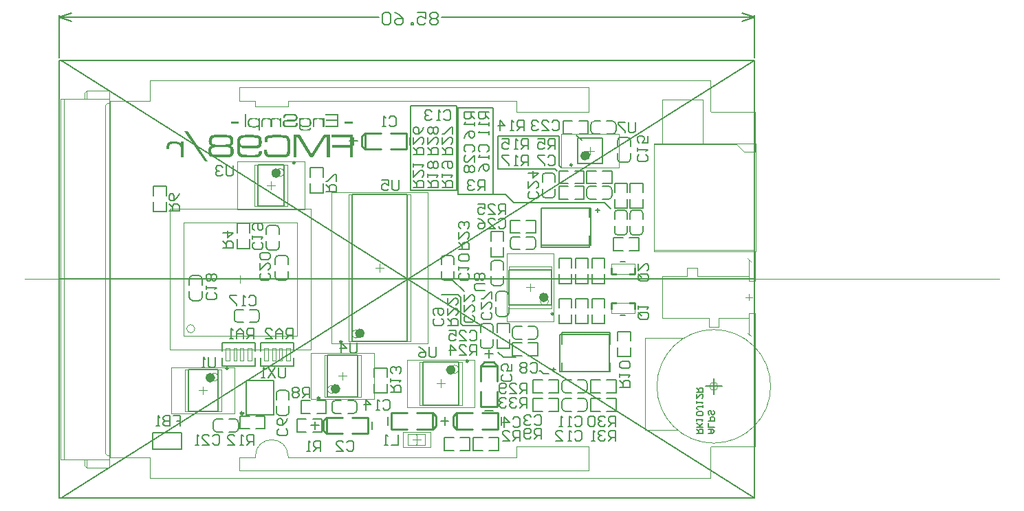
<source format=gto>
G04*
G04 #@! TF.GenerationSoftware,Altium Limited,Altium Designer,18.0.7 (293)*
G04*
G04 Layer_Color=65535*
%FSLAX25Y25*%
%MOIN*%
G70*
G01*
G75*
%ADD10C,0.00787*%
%ADD11C,0.02362*%
%ADD12C,0.00984*%
%ADD13C,0.01181*%
%ADD14C,0.00591*%
%ADD15C,0.00591*%
%ADD16C,0.00800*%
%ADD17C,0.01000*%
%ADD18C,0.00394*%
%ADD19C,0.00197*%
%ADD20C,0.00600*%
G36*
X-335820Y80267D02*
X-335948D01*
X-336230Y80256D01*
X-336511Y80232D01*
X-336792Y80197D01*
X-336920Y80185D01*
X-337038Y80162D01*
X-337061D01*
X-337143Y80138D01*
X-337248Y80115D01*
X-337389Y80068D01*
X-337529Y80021D01*
X-337693Y79951D01*
X-337846Y79869D01*
X-337974Y79776D01*
X-337986Y79764D01*
X-338021Y79740D01*
X-338068Y79694D01*
X-338127Y79623D01*
X-338197Y79553D01*
X-338255Y79459D01*
X-338314Y79354D01*
X-338361Y79248D01*
Y79237D01*
X-338372Y79225D01*
Y79190D01*
X-338384Y79143D01*
X-338419Y79014D01*
X-338443Y78850D01*
Y78839D01*
X-338455Y78815D01*
Y78757D01*
X-338466Y78698D01*
Y78616D01*
X-338478Y78522D01*
Y78312D01*
X-337600D01*
Y78417D01*
Y78440D01*
Y78499D01*
Y78569D01*
X-337588Y78675D01*
X-337553Y78886D01*
X-337518Y78979D01*
X-337483Y79061D01*
X-337471Y79073D01*
X-337447Y79096D01*
X-337412Y79143D01*
X-337342Y79202D01*
X-337260Y79260D01*
X-337143Y79319D01*
X-336991Y79377D01*
X-336815Y79424D01*
X-336803D01*
X-336768Y79436D01*
X-336721Y79448D01*
X-336639Y79459D01*
X-336558Y79471D01*
X-336440Y79483D01*
X-336323Y79494D01*
X-336183Y79506D01*
X-336171D01*
X-336112Y79518D01*
X-336031D01*
X-335925Y79530D01*
X-335796D01*
X-335644Y79541D01*
X-334836D01*
X-334696Y79530D01*
X-334555D01*
X-334239Y79518D01*
X-333923Y79494D01*
X-333618Y79471D01*
X-333489Y79459D01*
X-333361Y79436D01*
X-333337D01*
X-333255Y79412D01*
X-333150Y79389D01*
X-333021Y79366D01*
X-332880Y79319D01*
X-332740Y79260D01*
X-332611Y79202D01*
X-332506Y79120D01*
X-332494Y79108D01*
X-332471Y79085D01*
X-332436Y79026D01*
X-332400Y78956D01*
X-332365Y78850D01*
X-332330Y78733D01*
X-332307Y78581D01*
X-332295Y78405D01*
Y78382D01*
Y78335D01*
X-332307Y78253D01*
Y78159D01*
X-332342Y77960D01*
X-332365Y77855D01*
X-332400Y77773D01*
Y77761D01*
X-332424Y77738D01*
X-332447Y77715D01*
X-332494Y77668D01*
X-332553Y77621D01*
X-332623Y77574D01*
X-332705Y77527D01*
X-332810Y77492D01*
X-332822D01*
X-332857Y77480D01*
X-332904Y77469D01*
X-332974Y77457D01*
X-333068Y77433D01*
X-333185Y77410D01*
X-333326Y77398D01*
X-333478Y77375D01*
X-333560D01*
X-333653Y77363D01*
X-333782D01*
X-333934Y77351D01*
X-334110D01*
X-334309Y77340D01*
X-336792D01*
X-336920Y77328D01*
X-337073D01*
X-337248Y77305D01*
X-337436Y77281D01*
X-337600Y77246D01*
X-337752Y77199D01*
X-337764D01*
X-337810Y77176D01*
X-337881Y77141D01*
X-337974Y77094D01*
X-338068Y77035D01*
X-338174Y76953D01*
X-338279Y76860D01*
X-338372Y76754D01*
X-338384Y76731D01*
X-338419Y76684D01*
X-338466Y76590D01*
X-338525Y76461D01*
X-338583Y76298D01*
X-338630Y76099D01*
X-338665Y75864D01*
X-338677Y75607D01*
Y75595D01*
Y75572D01*
Y75536D01*
Y75490D01*
X-338665Y75361D01*
X-338642Y75209D01*
X-338618Y75021D01*
X-338572Y74834D01*
X-338513Y74647D01*
X-338431Y74483D01*
X-338419Y74459D01*
X-338372Y74412D01*
X-338291Y74330D01*
X-338185Y74225D01*
X-338033Y74120D01*
X-337846Y74014D01*
X-337611Y73921D01*
X-337471Y73874D01*
X-337330Y73839D01*
X-337307D01*
X-337260Y73827D01*
X-337166Y73815D01*
X-337049Y73803D01*
X-336885Y73780D01*
X-336698Y73756D01*
X-336464Y73745D01*
X-336206Y73721D01*
X-336077D01*
X-336007Y73710D01*
X-335714D01*
X-335597Y73698D01*
X-335164D01*
X-334836Y73686D01*
X-334098D01*
X-333864Y73698D01*
X-333595D01*
X-333326Y73710D01*
X-333080Y73721D01*
X-332962Y73733D01*
X-332857Y73745D01*
X-332834D01*
X-332775Y73756D01*
X-332681Y73780D01*
X-332564Y73803D01*
X-332436Y73839D01*
X-332295Y73874D01*
X-332166Y73932D01*
X-332049Y73991D01*
X-332037Y74002D01*
X-331991Y74026D01*
X-331932Y74073D01*
X-331850Y74131D01*
X-331768Y74202D01*
X-331686Y74295D01*
X-331604Y74389D01*
X-331546Y74506D01*
Y74518D01*
X-331522Y74564D01*
X-331499Y74647D01*
X-331475Y74752D01*
X-331452Y74881D01*
X-331429Y75045D01*
X-331417Y75244D01*
X-331405Y75466D01*
X-331417Y75759D01*
X-332272D01*
Y75618D01*
Y75595D01*
Y75536D01*
Y75443D01*
X-332283Y75326D01*
X-332307Y75080D01*
X-332318Y74974D01*
X-332342Y74881D01*
Y74869D01*
X-332354Y74845D01*
X-332412Y74775D01*
X-332447Y74728D01*
X-332506Y74682D01*
X-332564Y74635D01*
X-332646Y74588D01*
X-332670Y74576D01*
X-332693D01*
X-332740Y74564D01*
X-332799Y74553D01*
X-332869Y74541D01*
X-332962Y74529D01*
X-333080Y74518D01*
X-333220Y74494D01*
X-333396Y74483D01*
X-333583Y74471D01*
X-333817Y74459D01*
X-334075Y74447D01*
X-334356D01*
X-334684Y74436D01*
X-335410D01*
X-335539Y74447D01*
X-335691D01*
X-335855Y74459D01*
X-336206Y74471D01*
X-336546Y74494D01*
X-336710Y74506D01*
X-336874Y74529D01*
X-337014Y74553D01*
X-337143Y74576D01*
X-337155D01*
X-337166Y74588D01*
X-337248Y74611D01*
X-337342Y74670D01*
X-337471Y74752D01*
X-337588Y74869D01*
X-337635Y74951D01*
X-337682Y75045D01*
X-337729Y75138D01*
X-337764Y75255D01*
X-337775Y75396D01*
X-337787Y75536D01*
Y75560D01*
Y75607D01*
Y75677D01*
X-337775Y75771D01*
X-337740Y75981D01*
X-337717Y76087D01*
X-337682Y76169D01*
Y76180D01*
X-337658Y76204D01*
X-337635Y76239D01*
X-337600Y76286D01*
X-337553Y76344D01*
X-337494Y76391D01*
X-337412Y76438D01*
X-337330Y76473D01*
X-337307Y76485D01*
X-337248Y76497D01*
X-337143Y76520D01*
X-337026Y76543D01*
X-337002D01*
X-336967Y76555D01*
X-336920D01*
X-336803Y76567D01*
X-336651D01*
X-333770Y76590D01*
X-333571D01*
X-333489Y76602D01*
X-333302Y76614D01*
X-333103Y76626D01*
X-332880Y76649D01*
X-332670Y76684D01*
X-332471Y76731D01*
X-332447Y76743D01*
X-332389Y76766D01*
X-332307Y76801D01*
X-332190Y76848D01*
X-332072Y76918D01*
X-331944Y77000D01*
X-331815Y77106D01*
X-331710Y77223D01*
X-331698Y77246D01*
X-331663Y77293D01*
X-331616Y77387D01*
X-331557Y77515D01*
X-331499Y77679D01*
X-331452Y77890D01*
X-331417Y78136D01*
X-331405Y78417D01*
Y78429D01*
Y78452D01*
Y78499D01*
X-331417Y78558D01*
Y78640D01*
X-331429Y78721D01*
X-331464Y78909D01*
X-331522Y79120D01*
X-331616Y79342D01*
X-331733Y79541D01*
X-331897Y79705D01*
X-331909Y79717D01*
X-331932Y79740D01*
X-331979Y79775D01*
X-332049Y79811D01*
X-332119Y79857D01*
X-332213Y79904D01*
X-332412Y79998D01*
X-332424D01*
X-332471Y80021D01*
X-332529Y80033D01*
X-332623Y80057D01*
X-332752Y80080D01*
X-332892Y80115D01*
X-333056Y80138D01*
X-333255Y80162D01*
X-333279D01*
X-333326Y80174D01*
X-333407Y80185D01*
X-333525Y80197D01*
X-333665Y80209D01*
X-333829Y80220D01*
X-334005Y80232D01*
X-334192Y80244D01*
X-334215D01*
X-334286Y80256D01*
X-334391D01*
X-334532Y80267D01*
X-334707D01*
X-334895Y80279D01*
X-335703D01*
X-335820Y80267D01*
D02*
G37*
G36*
X-353174Y78312D02*
X-353314D01*
X-353443Y78300D01*
X-353560D01*
X-353642Y78288D01*
X-353736D01*
X-353830Y78277D01*
X-354029Y78253D01*
X-354052D01*
X-354111Y78241D01*
X-354193Y78218D01*
X-354298Y78195D01*
X-354415Y78159D01*
X-354544Y78124D01*
X-354673Y78066D01*
X-354802Y78007D01*
X-354825Y77996D01*
X-354872Y77960D01*
X-354954Y77902D01*
X-355048Y77808D01*
X-355153Y77703D01*
X-355258Y77574D01*
X-355352Y77434D01*
X-355434Y77258D01*
X-355446Y77234D01*
X-355469Y77176D01*
X-355492Y77070D01*
X-355528Y76918D01*
X-355563Y76743D01*
X-355598Y76520D01*
X-355610Y76262D01*
X-355621Y75970D01*
Y75958D01*
Y75923D01*
Y75876D01*
Y75806D01*
X-355610Y75724D01*
Y75618D01*
X-355586Y75396D01*
X-355539Y75150D01*
X-355481Y74892D01*
X-355399Y74658D01*
X-355352Y74553D01*
X-355293Y74447D01*
X-355282Y74424D01*
X-355235Y74365D01*
X-355165Y74283D01*
X-355071Y74178D01*
X-354942Y74073D01*
X-354802Y73967D01*
X-354626Y73862D01*
X-354439Y73792D01*
X-354427D01*
X-354415Y73780D01*
X-354380D01*
X-354333Y73768D01*
X-354275Y73756D01*
X-354193Y73745D01*
X-354111Y73733D01*
X-354005Y73721D01*
X-353877Y73698D01*
X-353748Y73686D01*
X-353584Y73674D01*
X-353420Y73663D01*
X-353233Y73651D01*
X-353022D01*
X-352799Y73639D01*
X-352307D01*
X-352214Y73651D01*
X-352003D01*
X-351769Y73663D01*
X-351535Y73686D01*
X-351324Y73721D01*
X-351218Y73733D01*
X-351136Y73756D01*
X-351113Y73768D01*
X-351066Y73780D01*
X-350984Y73815D01*
X-350890Y73862D01*
X-350785Y73921D01*
X-350668Y74014D01*
X-350563Y74108D01*
X-350457Y74237D01*
X-350422D01*
Y72059D01*
X-349696D01*
Y78253D01*
X-350422D01*
Y77668D01*
X-350457D01*
X-350469Y77679D01*
X-350504Y77726D01*
X-350551Y77797D01*
X-350633Y77878D01*
X-350715Y77960D01*
X-350832Y78054D01*
X-350961Y78124D01*
X-351113Y78183D01*
X-351136Y78195D01*
X-351195Y78206D01*
X-351242Y78218D01*
X-351312Y78230D01*
X-351382Y78241D01*
X-351464Y78253D01*
X-351558Y78265D01*
X-351675Y78277D01*
X-351792Y78288D01*
X-351933Y78300D01*
X-352085Y78312D01*
X-352249Y78323D01*
X-353045D01*
X-353174Y78312D01*
D02*
G37*
G36*
X-322096Y78312D02*
X-322341Y78300D01*
X-322576Y78277D01*
X-322810Y78241D01*
X-322904Y78230D01*
X-322997Y78206D01*
X-323021D01*
X-323079Y78183D01*
X-323161Y78159D01*
X-323267Y78124D01*
X-323384Y78066D01*
X-323501Y77996D01*
X-323630Y77913D01*
X-323735Y77820D01*
X-323747Y77808D01*
X-323770Y77785D01*
X-323805Y77726D01*
X-323852Y77668D01*
X-323899Y77586D01*
X-323946Y77492D01*
X-323993Y77375D01*
X-324028Y77258D01*
Y77246D01*
X-324040Y77199D01*
X-324063Y77117D01*
X-324075Y77012D01*
X-324098Y76871D01*
X-324110Y76696D01*
X-324121Y76497D01*
Y76262D01*
Y73686D01*
X-323395D01*
Y75958D01*
Y75970D01*
Y75981D01*
Y76016D01*
Y76063D01*
Y76169D01*
X-323384Y76309D01*
Y76450D01*
X-323372Y76590D01*
X-323360Y76731D01*
X-323337Y76836D01*
Y76848D01*
X-323325Y76883D01*
X-323313Y76930D01*
X-323290Y77000D01*
X-323232Y77141D01*
X-323138Y77293D01*
X-323126Y77305D01*
X-323103Y77328D01*
X-323056Y77363D01*
X-322997Y77410D01*
X-322915Y77457D01*
X-322822Y77504D01*
X-322705Y77551D01*
X-322564Y77586D01*
X-322541D01*
X-322494Y77597D01*
X-322400Y77621D01*
X-322283Y77644D01*
X-322119Y77656D01*
X-321932Y77679D01*
X-321709Y77691D01*
X-321194D01*
X-321077Y77679D01*
X-320948D01*
X-320702Y77656D01*
X-320655D01*
X-320585Y77644D01*
X-320515Y77632D01*
X-320339Y77609D01*
X-320152Y77562D01*
X-320128D01*
X-320081Y77539D01*
X-320000Y77515D01*
X-319894Y77469D01*
X-319777Y77410D01*
X-319660Y77340D01*
X-319555Y77258D01*
X-319449Y77164D01*
X-319437Y77152D01*
X-319426Y77129D01*
X-319402Y77082D01*
X-319367Y77024D01*
X-319332Y76953D01*
X-319297Y76883D01*
X-319238Y76696D01*
Y76684D01*
X-319227Y76649D01*
Y76579D01*
X-319215Y76485D01*
X-319203Y76356D01*
Y76204D01*
X-319192Y76028D01*
Y75806D01*
Y73686D01*
X-318465D01*
Y78253D01*
X-319192D01*
Y77562D01*
X-319238D01*
X-319250Y77586D01*
X-319285Y77632D01*
X-319332Y77703D01*
X-319414Y77797D01*
X-319508Y77902D01*
X-319637Y77996D01*
X-319777Y78089D01*
X-319941Y78159D01*
X-319953D01*
X-319964Y78171D01*
X-319988D01*
X-320035Y78183D01*
X-320081Y78195D01*
X-320152Y78206D01*
X-320234Y78230D01*
X-320327Y78241D01*
X-320421Y78253D01*
X-320538Y78277D01*
X-320679Y78288D01*
X-320819Y78300D01*
X-320983Y78312D01*
X-321159D01*
X-321346Y78323D01*
X-321885D01*
X-322096Y78312D01*
D02*
G37*
G36*
X-346757Y78312D02*
X-346956D01*
X-347190Y78288D01*
X-347413Y78265D01*
X-347635Y78241D01*
X-347822Y78195D01*
X-347846D01*
X-347904Y78171D01*
X-347986Y78136D01*
X-348092Y78101D01*
X-348209Y78042D01*
X-348338Y77960D01*
X-348466Y77867D01*
X-348584Y77761D01*
X-348595Y77750D01*
X-348619Y77715D01*
X-348654Y77668D01*
X-348701Y77597D01*
X-348748Y77515D01*
X-348806Y77422D01*
X-348841Y77316D01*
X-348876Y77199D01*
Y77188D01*
X-348888Y77141D01*
X-348900Y77059D01*
X-348911Y76942D01*
X-348923Y76789D01*
X-348935Y76602D01*
X-348947Y76368D01*
Y76087D01*
Y73686D01*
X-348221D01*
Y76262D01*
Y76274D01*
Y76298D01*
Y76344D01*
Y76403D01*
X-348209Y76543D01*
X-348185Y76719D01*
X-348162Y76895D01*
X-348115Y77082D01*
X-348045Y77234D01*
X-348010Y77305D01*
X-347963Y77351D01*
X-347951Y77363D01*
X-347893Y77410D01*
X-347846Y77434D01*
X-347799Y77457D01*
X-347729Y77492D01*
X-347647Y77527D01*
X-347553Y77551D01*
X-347448Y77586D01*
X-347319Y77609D01*
X-347178Y77644D01*
X-347014Y77656D01*
X-346839Y77679D01*
X-346640Y77691D01*
X-346195D01*
X-346043Y77679D01*
X-345867Y77668D01*
X-345691Y77656D01*
X-345527Y77632D01*
X-345375Y77597D01*
X-345363D01*
X-345317Y77574D01*
X-345258Y77551D01*
X-345176Y77527D01*
X-345000Y77422D01*
X-344918Y77363D01*
X-344836Y77281D01*
X-344825Y77270D01*
X-344801Y77246D01*
X-344778Y77199D01*
X-344731Y77129D01*
X-344696Y77047D01*
X-344649Y76942D01*
X-344614Y76824D01*
X-344579Y76684D01*
Y76672D01*
X-344567Y76614D01*
X-344555Y76520D01*
Y76391D01*
X-344544Y76227D01*
X-344532Y76028D01*
X-344520Y75782D01*
Y75490D01*
Y73686D01*
X-343794D01*
Y76262D01*
Y76274D01*
Y76286D01*
Y76344D01*
Y76438D01*
X-343782Y76543D01*
X-343771Y76778D01*
X-343759Y76895D01*
X-343736Y76989D01*
Y77000D01*
X-343724Y77024D01*
X-343712Y77070D01*
X-343689Y77117D01*
X-343630Y77234D01*
X-343537Y77351D01*
X-343525Y77363D01*
X-343466Y77410D01*
X-343420Y77434D01*
X-343361Y77457D01*
X-343291Y77492D01*
X-343209Y77527D01*
X-343115Y77551D01*
X-343010Y77586D01*
X-342881Y77609D01*
X-342740Y77644D01*
X-342576Y77656D01*
X-342401Y77679D01*
X-342202Y77691D01*
X-341745D01*
X-341593Y77679D01*
X-341417Y77668D01*
X-341242Y77656D01*
X-341077Y77632D01*
X-340925Y77597D01*
X-340914D01*
X-340867Y77574D01*
X-340808Y77551D01*
X-340726Y77527D01*
X-340633Y77480D01*
X-340539Y77422D01*
X-340445Y77351D01*
X-340363Y77270D01*
X-340352Y77258D01*
X-340340Y77234D01*
X-340305Y77188D01*
X-340269Y77129D01*
X-340234Y77047D01*
X-340188Y76953D01*
X-340152Y76848D01*
X-340129Y76731D01*
Y76719D01*
Y76696D01*
X-340117Y76661D01*
Y76614D01*
X-340106Y76543D01*
Y76461D01*
X-340094Y76368D01*
Y76251D01*
Y76239D01*
Y76192D01*
Y76134D01*
Y76040D01*
X-340082Y75935D01*
Y75806D01*
Y75653D01*
Y75490D01*
Y73686D01*
X-339356D01*
Y78253D01*
X-340082D01*
Y77656D01*
X-340094Y77679D01*
X-340141Y77726D01*
X-340211Y77797D01*
X-340293Y77878D01*
X-340398Y77972D01*
X-340515Y78054D01*
X-340633Y78136D01*
X-340761Y78195D01*
X-340773Y78206D01*
X-340832Y78218D01*
X-340914Y78241D01*
X-341042Y78265D01*
X-341206Y78288D01*
X-341405Y78300D01*
X-341651Y78323D01*
X-342225D01*
X-342331Y78312D01*
X-342565Y78300D01*
X-342834Y78288D01*
X-343092Y78253D01*
X-343338Y78218D01*
X-343455Y78183D01*
X-343548Y78159D01*
X-343572Y78148D01*
X-343630Y78124D01*
X-343724Y78078D01*
X-343829Y78019D01*
X-343947Y77937D01*
X-344075Y77820D01*
X-344204Y77691D01*
X-344309Y77527D01*
X-344321Y77551D01*
X-344356Y77597D01*
X-344403Y77679D01*
X-344473Y77773D01*
X-344579Y77878D01*
X-344696Y77972D01*
X-344825Y78066D01*
X-344989Y78148D01*
X-345012Y78159D01*
X-345082Y78171D01*
X-345188Y78206D01*
X-345352Y78241D01*
X-345551Y78265D01*
X-345668Y78288D01*
X-345797Y78300D01*
X-345937Y78312D01*
X-346101D01*
X-346265Y78323D01*
X-346675D01*
X-346757Y78312D01*
D02*
G37*
G36*
X-363807Y75607D02*
X-359954D01*
Y76461D01*
X-363807D01*
Y75607D01*
D02*
G37*
G36*
X-308547Y75607D02*
X-304695D01*
Y76461D01*
X-308547D01*
Y75607D01*
D02*
G37*
G36*
X-357062Y73686D02*
X-356336D01*
Y80267D01*
X-357062D01*
Y73686D01*
D02*
G37*
G36*
X-317939Y79494D02*
X-312388D01*
Y77492D01*
X-317704D01*
Y76719D01*
X-312388D01*
Y74459D01*
X-317939D01*
Y73686D01*
X-311510D01*
Y80267D01*
X-317939D01*
Y79494D01*
D02*
G37*
G36*
X-328431Y78312D02*
X-328618Y78300D01*
X-328782Y78288D01*
X-328923Y78277D01*
X-328934D01*
X-328981Y78265D01*
X-329051Y78253D01*
X-329122Y78241D01*
X-329309Y78183D01*
X-329403Y78148D01*
X-329496Y78101D01*
X-329508Y78089D01*
X-329543Y78078D01*
X-329590Y78042D01*
X-329660Y77996D01*
X-329731Y77925D01*
X-329813Y77855D01*
X-329883Y77773D01*
X-329953Y77668D01*
X-330000D01*
X-329988Y78253D01*
X-330714D01*
Y74845D01*
Y74834D01*
Y74799D01*
Y74740D01*
Y74670D01*
Y74576D01*
Y74471D01*
X-330702Y74237D01*
X-330691Y73967D01*
X-330667Y73698D01*
X-330632Y73452D01*
X-330621Y73335D01*
X-330597Y73229D01*
Y73206D01*
X-330574Y73148D01*
X-330539Y73042D01*
X-330492Y72925D01*
X-330421Y72785D01*
X-330316Y72644D01*
X-330199Y72504D01*
X-330047Y72375D01*
X-330035Y72363D01*
X-330000Y72340D01*
X-329930Y72304D01*
X-329836Y72258D01*
X-329719Y72211D01*
X-329578Y72164D01*
X-329414Y72117D01*
X-329227Y72082D01*
X-329204D01*
X-329169Y72070D01*
X-329133D01*
X-329075Y72059D01*
X-329005D01*
X-328923Y72047D01*
X-328829D01*
X-328724Y72035D01*
X-328606Y72023D01*
X-328478D01*
X-328325Y72012D01*
X-328173D01*
X-327997Y72000D01*
X-327342D01*
X-327236Y72012D01*
X-326990Y72023D01*
X-326709Y72035D01*
X-326428Y72070D01*
X-326159Y72105D01*
X-326042Y72129D01*
X-325925Y72152D01*
X-325913D01*
X-325901Y72164D01*
X-325831Y72176D01*
X-325737Y72211D01*
X-325620Y72269D01*
X-325480Y72340D01*
X-325351Y72422D01*
X-325222Y72527D01*
X-325105Y72656D01*
Y72667D01*
X-325082Y72691D01*
X-325058Y72726D01*
X-325035Y72761D01*
X-324976Y72878D01*
X-324929Y72995D01*
Y73007D01*
X-324918Y73054D01*
X-324906Y73112D01*
X-324894Y73194D01*
Y73218D01*
Y73265D01*
Y73358D01*
Y73475D01*
X-325632Y73487D01*
Y73475D01*
Y73440D01*
X-325644Y73393D01*
X-325656Y73335D01*
X-325679Y73206D01*
X-325702Y73148D01*
X-325726Y73089D01*
X-325737Y73066D01*
X-325784Y73007D01*
X-325866Y72937D01*
X-325972Y72855D01*
X-325995Y72843D01*
X-326054Y72820D01*
X-326100Y72808D01*
X-326159Y72785D01*
X-326229Y72761D01*
X-326311Y72749D01*
X-326417Y72726D01*
X-326522Y72703D01*
X-326662Y72679D01*
X-326803Y72667D01*
X-326967Y72656D01*
X-327143Y72644D01*
X-327342Y72632D01*
X-327904D01*
X-328126Y72644D01*
X-328372Y72656D01*
X-328618Y72667D01*
X-328841Y72691D01*
X-328946Y72714D01*
X-329040Y72726D01*
X-329063D01*
X-329122Y72749D01*
X-329204Y72773D01*
X-329297Y72808D01*
X-329414Y72843D01*
X-329520Y72902D01*
X-329625Y72972D01*
X-329707Y73054D01*
X-329719Y73066D01*
X-329731Y73089D01*
X-329754Y73124D01*
X-329789Y73183D01*
X-329813Y73253D01*
X-329848Y73323D01*
X-329906Y73511D01*
Y73522D01*
X-329918Y73546D01*
Y73593D01*
X-329930Y73651D01*
X-329953Y73792D01*
X-329965Y73956D01*
Y73967D01*
Y74002D01*
X-329977Y74049D01*
Y74108D01*
Y74178D01*
X-329988Y74272D01*
Y74459D01*
X-329930Y74447D01*
X-329918Y74436D01*
X-329883Y74389D01*
X-329813Y74330D01*
X-329731Y74248D01*
X-329625Y74166D01*
X-329508Y74096D01*
X-329379Y74026D01*
X-329227Y73967D01*
X-329215D01*
X-329192Y73956D01*
X-329145Y73944D01*
X-329075Y73932D01*
X-328993Y73920D01*
X-328899Y73909D01*
X-328782Y73897D01*
X-328642Y73885D01*
X-328571D01*
X-328489Y73874D01*
X-328243D01*
X-328091Y73862D01*
X-327166D01*
X-326885Y73874D01*
X-326827D01*
X-326756Y73885D01*
X-326674Y73897D01*
X-326569D01*
X-326475Y73909D01*
X-326264Y73944D01*
X-326241D01*
X-326182Y73956D01*
X-326089Y73979D01*
X-325983Y74002D01*
X-325854Y74037D01*
X-325726Y74084D01*
X-325597Y74143D01*
X-325491Y74213D01*
X-325480Y74225D01*
X-325433Y74260D01*
X-325363Y74330D01*
X-325281Y74412D01*
X-325187Y74518D01*
X-325105Y74635D01*
X-325011Y74775D01*
X-324941Y74939D01*
X-324929Y74963D01*
X-324918Y75021D01*
X-324894Y75127D01*
X-324859Y75255D01*
X-324824Y75419D01*
X-324801Y75618D01*
X-324789Y75853D01*
X-324777Y76099D01*
Y76122D01*
Y76169D01*
X-324789Y76239D01*
Y76344D01*
X-324801Y76461D01*
X-324824Y76602D01*
X-324859Y76754D01*
X-324894Y76918D01*
X-324941Y77082D01*
X-325000Y77246D01*
X-325082Y77410D01*
X-325164Y77574D01*
X-325269Y77715D01*
X-325398Y77855D01*
X-325538Y77972D01*
X-325702Y78066D01*
X-325714Y78078D01*
X-325761Y78089D01*
X-325819Y78113D01*
X-325913Y78148D01*
X-326019Y78171D01*
X-326147Y78206D01*
X-326300Y78241D01*
X-326464Y78265D01*
X-326487D01*
X-326557Y78277D01*
X-326662Y78288D01*
X-326815Y78300D01*
X-327014D01*
X-327260Y78312D01*
X-327541Y78323D01*
X-328267D01*
X-328431Y78312D01*
D02*
G37*
G36*
X-342622Y70046D02*
X-342915D01*
X-343227Y70026D01*
X-343911Y69987D01*
X-344575Y69948D01*
X-344907Y69909D01*
X-345200Y69870D01*
X-345473Y69831D01*
X-345727Y69773D01*
X-345747D01*
X-345825Y69753D01*
X-345942Y69714D01*
X-346079Y69655D01*
X-346235Y69597D01*
X-346411Y69499D01*
X-346586Y69382D01*
X-346762Y69245D01*
X-346782Y69226D01*
X-346840Y69187D01*
X-346918Y69109D01*
X-346996Y68991D01*
X-347094Y68855D01*
X-347192Y68699D01*
X-347289Y68523D01*
X-347348Y68327D01*
Y68308D01*
X-347368Y68288D01*
Y68230D01*
X-347387Y68152D01*
X-347407Y68034D01*
Y67917D01*
X-347426Y67761D01*
X-347446Y67585D01*
Y67566D01*
Y67507D01*
X-347465Y67390D01*
Y67253D01*
Y67077D01*
X-347485Y66882D01*
Y66667D01*
Y66413D01*
X-346137D01*
X-346118Y66785D01*
Y66824D01*
Y66921D01*
Y67058D01*
X-346098Y67234D01*
X-346059Y67605D01*
X-346020Y67781D01*
X-345961Y67917D01*
Y67937D01*
X-345922Y67976D01*
X-345883Y68034D01*
X-345825Y68113D01*
X-345747Y68191D01*
X-345649Y68269D01*
X-345512Y68347D01*
X-345356Y68425D01*
X-345317Y68445D01*
X-345258Y68464D01*
X-345180Y68484D01*
X-345083Y68503D01*
X-344946Y68523D01*
X-344770Y68562D01*
X-344575Y68601D01*
X-344340Y68620D01*
X-344067Y68659D01*
X-343755Y68679D01*
X-343403Y68699D01*
X-343012Y68718D01*
X-342583Y68738D01*
X-342094Y68757D01*
X-340610D01*
X-340356Y68738D01*
X-339829D01*
X-339302Y68718D01*
X-338774Y68679D01*
X-338540Y68659D01*
X-338325Y68640D01*
X-338286D01*
X-338228Y68620D01*
X-338149D01*
X-337974Y68581D01*
X-337739Y68542D01*
X-337505Y68503D01*
X-337271Y68425D01*
X-337075Y68366D01*
X-336919Y68269D01*
X-336899Y68249D01*
X-336860Y68210D01*
X-336821Y68152D01*
X-336743Y68034D01*
X-336665Y67898D01*
X-336587Y67722D01*
X-336509Y67488D01*
X-336450Y67214D01*
Y67175D01*
X-336431Y67058D01*
X-336411Y66882D01*
X-336392Y66628D01*
X-336353Y66316D01*
X-336333Y65925D01*
X-336314Y65476D01*
Y64968D01*
Y64949D01*
Y64890D01*
Y64812D01*
X-336333Y64695D01*
Y64519D01*
Y64285D01*
X-336353Y63992D01*
Y63972D01*
Y63933D01*
X-336372Y63855D01*
Y63757D01*
X-336392Y63523D01*
Y63230D01*
Y63211D01*
Y63152D01*
Y63054D01*
Y62937D01*
Y62664D01*
X-336411Y62527D01*
Y62410D01*
Y62390D01*
Y62351D01*
X-336431Y62293D01*
Y62214D01*
X-336450Y62019D01*
X-336489Y61765D01*
Y61746D01*
X-336509Y61668D01*
X-336528Y61550D01*
X-336567Y61414D01*
X-336704Y61121D01*
X-336782Y60965D01*
X-336880Y60847D01*
X-336899Y60828D01*
X-336939Y60808D01*
X-337017Y60750D01*
X-337114Y60711D01*
X-337271Y60633D01*
X-337427Y60593D01*
X-337642Y60535D01*
X-337876Y60496D01*
X-337993D01*
X-338130Y60476D01*
X-338325Y60457D01*
X-338540Y60437D01*
X-338813D01*
X-339087Y60418D01*
X-339399Y60398D01*
X-339966D01*
X-340278Y60379D01*
X-341958D01*
X-342153Y60398D01*
X-342583D01*
X-342739Y60418D01*
X-343852D01*
X-344145Y60437D01*
X-344282D01*
X-344360Y60457D01*
X-344555Y60476D01*
X-344751Y60496D01*
X-344770D01*
X-344848Y60515D01*
X-344965Y60535D01*
X-345102Y60554D01*
X-345395Y60633D01*
X-345532Y60672D01*
X-345669Y60730D01*
X-345688D01*
X-345708Y60769D01*
X-345825Y60867D01*
X-345961Y61023D01*
X-346079Y61238D01*
Y61258D01*
X-346098Y61297D01*
Y61355D01*
X-346118Y61433D01*
X-346137Y61531D01*
Y61648D01*
X-346157Y61804D01*
Y61824D01*
X-346176Y61883D01*
Y61980D01*
X-346196Y62097D01*
Y62234D01*
X-346215Y62410D01*
Y62605D01*
Y62820D01*
X-347641D01*
Y62781D01*
Y62703D01*
Y62586D01*
Y62410D01*
X-347621Y62234D01*
Y62019D01*
X-347582Y61609D01*
Y61590D01*
Y61531D01*
X-347563Y61433D01*
X-347543Y61316D01*
X-347504Y61043D01*
X-347465Y60906D01*
X-347446Y60789D01*
Y60769D01*
X-347426Y60730D01*
X-347407Y60672D01*
X-347387Y60593D01*
X-347289Y60398D01*
X-347153Y60144D01*
X-346938Y59890D01*
X-346801Y59773D01*
X-346665Y59637D01*
X-346489Y59539D01*
X-346293Y59441D01*
X-346059Y59344D01*
X-345825Y59285D01*
X-345766D01*
X-345708Y59266D01*
X-345610Y59246D01*
X-345473Y59226D01*
X-345317D01*
X-345122Y59207D01*
X-344907Y59187D01*
X-344653Y59168D01*
X-344360Y59148D01*
X-344028Y59129D01*
X-343676Y59109D01*
X-343286Y59090D01*
X-342856D01*
X-342388Y59070D01*
X-340981D01*
X-340649Y59090D01*
X-340259D01*
X-339868Y59109D01*
X-339048Y59129D01*
X-338618Y59148D01*
X-338228Y59168D01*
X-337837Y59187D01*
X-337485Y59226D01*
X-337173Y59266D01*
X-336919Y59304D01*
X-336899D01*
X-336860Y59324D01*
X-336802Y59344D01*
X-336724Y59363D01*
X-336509Y59441D01*
X-336255Y59558D01*
X-335982Y59734D01*
X-335708Y59949D01*
X-335454Y60242D01*
X-335259Y60593D01*
Y60613D01*
X-335240Y60652D01*
X-335220Y60711D01*
X-335200Y60808D01*
X-335161Y60926D01*
X-335122Y61082D01*
X-335083Y61258D01*
X-335064Y61472D01*
X-335025Y61707D01*
X-334986Y61980D01*
X-334946Y62293D01*
X-334908Y62644D01*
X-334888Y63015D01*
X-334868Y63445D01*
X-334849Y63894D01*
Y64382D01*
Y64421D01*
Y64499D01*
Y64636D01*
Y64812D01*
X-334868Y65027D01*
Y65281D01*
Y65554D01*
X-334888Y65847D01*
X-334927Y66472D01*
X-334986Y67097D01*
X-335025Y67409D01*
X-335064Y67683D01*
X-335103Y67956D01*
X-335161Y68191D01*
Y68210D01*
X-335181Y68249D01*
X-335200Y68327D01*
X-335240Y68405D01*
X-335376Y68640D01*
X-335552Y68913D01*
X-335669Y69050D01*
X-335806Y69187D01*
X-335962Y69323D01*
X-336157Y69460D01*
X-336353Y69577D01*
X-336587Y69675D01*
X-336841Y69753D01*
X-337114Y69812D01*
X-337134D01*
X-337193Y69831D01*
X-337290D01*
X-337407Y69851D01*
X-337563Y69870D01*
X-337778Y69890D01*
X-338013Y69909D01*
X-338267Y69948D01*
X-338579Y69968D01*
X-338911Y69987D01*
X-339282Y70007D01*
X-339692Y70026D01*
X-340142Y70046D01*
X-340610D01*
X-341118Y70066D01*
X-342348D01*
X-342622Y70046D01*
D02*
G37*
G36*
X-392150Y66785D02*
X-392423Y66765D01*
X-392697Y66746D01*
X-392951Y66706D01*
X-393185Y66667D01*
X-393204D01*
X-393283Y66648D01*
X-393380Y66609D01*
X-393517Y66570D01*
X-393810Y66433D01*
X-393966Y66335D01*
X-394122Y66218D01*
X-394162Y66179D01*
X-394240Y66101D01*
X-394376Y65925D01*
X-394513Y65710D01*
X-394650Y65398D01*
X-394787Y65027D01*
X-394865Y64597D01*
X-394904Y64070D01*
Y63269D01*
X-393673D01*
Y63816D01*
Y63836D01*
Y63914D01*
Y64031D01*
X-393654Y64187D01*
X-393634Y64499D01*
X-393615Y64636D01*
X-393576Y64773D01*
Y64793D01*
X-393556Y64832D01*
X-393536Y64890D01*
X-393517Y64968D01*
X-393419Y65144D01*
X-393283Y65320D01*
X-393263Y65339D01*
X-393185Y65378D01*
X-393068Y65456D01*
X-392873Y65535D01*
X-392619Y65613D01*
X-392462Y65652D01*
X-392287Y65691D01*
X-392091Y65710D01*
X-391877Y65730D01*
X-391642Y65750D01*
X-391037D01*
X-390861Y65730D01*
X-390666Y65710D01*
X-390216Y65671D01*
X-389748Y65613D01*
X-389279Y65496D01*
X-389084Y65437D01*
X-388888Y65359D01*
X-388732Y65261D01*
X-388595Y65163D01*
X-388576Y65144D01*
X-388537Y65105D01*
X-388498Y65046D01*
X-388420Y64949D01*
X-388342Y64812D01*
X-388263Y64656D01*
X-388185Y64480D01*
X-388127Y64246D01*
Y64226D01*
X-388107Y64129D01*
X-388088Y63992D01*
X-388068Y63797D01*
X-388029Y63562D01*
X-388010Y63289D01*
X-387990Y62957D01*
Y62586D01*
Y59070D01*
X-386779D01*
Y66687D01*
X-387990D01*
Y65671D01*
X-388068D01*
X-388088Y65691D01*
X-388127Y65750D01*
X-388185Y65847D01*
X-388283Y65964D01*
X-388400Y66082D01*
X-388556Y66218D01*
X-388732Y66355D01*
X-388927Y66472D01*
X-388947D01*
X-388986Y66511D01*
X-389064Y66531D01*
X-389162Y66570D01*
X-389299Y66609D01*
X-389455Y66648D01*
X-389631Y66687D01*
X-389826Y66726D01*
X-389845D01*
X-389924Y66746D01*
X-390060D01*
X-390255Y66765D01*
X-390490Y66785D01*
X-390783D01*
X-391115Y66804D01*
X-391896D01*
X-392150Y66785D01*
D02*
G37*
G36*
X-333423Y59070D02*
X-331958Y59070D01*
Y68699D01*
X-331353D01*
X-325240Y59070D01*
X-324049D01*
X-317877Y68699D01*
X-317252D01*
Y59070D01*
X-315788D01*
Y70046D01*
X-318717D01*
X-324654Y60750D01*
X-330474Y70046D01*
X-333423Y70046D01*
Y59070D01*
D02*
G37*
G36*
X-355805Y70046D02*
X-356195D01*
X-356586Y70026D01*
X-356976Y70007D01*
X-357015D01*
X-357152Y69987D01*
X-357328D01*
X-357562Y69968D01*
X-357816Y69948D01*
X-358090Y69909D01*
X-358344Y69870D01*
X-358597Y69831D01*
X-358636D01*
X-358754Y69792D01*
X-358929Y69734D01*
X-359144Y69655D01*
X-359398Y69538D01*
X-359652Y69382D01*
X-359925Y69187D01*
X-360160Y68952D01*
X-360179Y68933D01*
X-360218Y68874D01*
X-360277Y68777D01*
X-360355Y68640D01*
X-360453Y68445D01*
X-360531Y68230D01*
X-360609Y67976D01*
X-360667Y67683D01*
Y67663D01*
X-360687Y67605D01*
Y67527D01*
X-360707Y67390D01*
X-360726Y67234D01*
Y67058D01*
X-360746Y66843D01*
X-360765Y66609D01*
Y66589D01*
Y66492D01*
X-360785Y66355D01*
Y66160D01*
Y65925D01*
X-360804Y65652D01*
Y65320D01*
Y64968D01*
Y64929D01*
Y64832D01*
Y64675D01*
Y64480D01*
Y64226D01*
X-360785Y63953D01*
Y63640D01*
X-360765Y63308D01*
X-360726Y62625D01*
X-360707Y62293D01*
X-360687Y61961D01*
X-360648Y61668D01*
X-360609Y61394D01*
X-360570Y61140D01*
X-360511Y60945D01*
X-360492Y60906D01*
X-360472Y60808D01*
X-360394Y60652D01*
X-360316Y60457D01*
X-360199Y60242D01*
X-360043Y60047D01*
X-359847Y59851D01*
X-359613Y59676D01*
X-359574Y59656D01*
X-359496Y59617D01*
X-359339Y59539D01*
X-359125Y59461D01*
X-358832Y59383D01*
X-358500Y59285D01*
X-358090Y59207D01*
X-357601Y59148D01*
X-357152D01*
X-356957Y59129D01*
X-356722D01*
X-356469Y59109D01*
X-356019D01*
X-355785Y59090D01*
X-354574D01*
X-354359Y59070D01*
X-352992D01*
X-352777Y59090D01*
X-352543D01*
X-352055Y59109D01*
X-351567Y59129D01*
X-351098Y59168D01*
X-350903Y59207D01*
X-350727Y59226D01*
X-350688D01*
X-350590Y59266D01*
X-350414Y59304D01*
X-350219Y59383D01*
X-350004Y59480D01*
X-349770Y59597D01*
X-349555Y59734D01*
X-349340Y59910D01*
X-349321Y59930D01*
X-349282Y59969D01*
X-349223Y60047D01*
X-349145Y60144D01*
X-349047Y60261D01*
X-348969Y60398D01*
X-348891Y60554D01*
X-348832Y60730D01*
Y60750D01*
Y60769D01*
X-348813Y60887D01*
X-348793Y61082D01*
X-348754Y61336D01*
Y61355D01*
Y61414D01*
X-348735Y61492D01*
Y61590D01*
Y61726D01*
X-348715Y61863D01*
Y62214D01*
X-350141Y62195D01*
Y62176D01*
Y62097D01*
Y61980D01*
X-350160Y61843D01*
X-350180Y61531D01*
X-350200Y61394D01*
X-350219Y61258D01*
Y61238D01*
X-350238Y61199D01*
X-350297Y61082D01*
X-350395Y60926D01*
X-350551Y60769D01*
X-350571Y60750D01*
X-350610Y60730D01*
X-350688Y60672D01*
X-350805Y60613D01*
X-350942Y60554D01*
X-351098Y60476D01*
X-351293Y60418D01*
X-351528Y60379D01*
X-351567D01*
X-351664Y60359D01*
X-351820D01*
X-352055Y60340D01*
X-352367Y60320D01*
X-352758D01*
X-352973Y60301D01*
X-355062D01*
X-355394Y60320D01*
X-355844D01*
X-356000Y60340D01*
X-356410D01*
X-356644Y60359D01*
X-356879Y60379D01*
X-357113Y60398D01*
X-357152D01*
X-357211Y60418D01*
X-357289D01*
X-357484Y60437D01*
X-357718Y60476D01*
X-357972Y60535D01*
X-358226Y60593D01*
X-358441Y60672D01*
X-358636Y60769D01*
X-358656D01*
X-358676Y60808D01*
X-358793Y60887D01*
X-358949Y61023D01*
X-359066Y61219D01*
Y61238D01*
X-359086Y61277D01*
X-359105Y61355D01*
X-359125Y61453D01*
X-359164Y61570D01*
X-359183Y61746D01*
X-359222Y61922D01*
X-359242Y62156D01*
Y62176D01*
Y62214D01*
X-359261Y62293D01*
Y62390D01*
X-359281Y62527D01*
Y62683D01*
X-359300Y62840D01*
Y63035D01*
Y63054D01*
Y63132D01*
X-359320Y63230D01*
Y63386D01*
Y63543D01*
X-359339Y63738D01*
Y64148D01*
Y64617D01*
X-359320Y64597D01*
X-359281Y64539D01*
X-359203Y64441D01*
X-359105Y64324D01*
X-358968Y64187D01*
X-358812Y64050D01*
X-358617Y63914D01*
X-358383Y63777D01*
X-358344Y63757D01*
X-358246Y63718D01*
X-358070Y63660D01*
X-357875Y63601D01*
X-357855D01*
X-357816Y63582D01*
X-357758D01*
X-357679Y63562D01*
X-357465Y63523D01*
X-357172Y63484D01*
X-357094D01*
X-356996Y63464D01*
X-356879D01*
X-356722Y63445D01*
X-356527D01*
X-356312Y63425D01*
X-355609D01*
X-355394Y63406D01*
X-353559D01*
X-353305Y63425D01*
X-352797D01*
X-352270Y63445D01*
X-352035D01*
X-351801Y63464D01*
X-351586D01*
X-351410Y63484D01*
X-351371D01*
X-351274Y63503D01*
X-351098Y63523D01*
X-350903Y63562D01*
X-350668Y63621D01*
X-350434Y63679D01*
X-350200Y63757D01*
X-349985Y63836D01*
X-349965Y63855D01*
X-349887Y63894D01*
X-349770Y63972D01*
X-349653Y64070D01*
X-349496Y64207D01*
X-349360Y64382D01*
X-349203Y64597D01*
X-349086Y64832D01*
X-349067Y64871D01*
X-349047Y64968D01*
X-348989Y65124D01*
X-348950Y65339D01*
X-348891Y65613D01*
X-348832Y65945D01*
X-348813Y66316D01*
X-348793Y66746D01*
Y66765D01*
Y66804D01*
Y66863D01*
Y66960D01*
X-348813Y67195D01*
X-348832Y67468D01*
X-348871Y67800D01*
X-348950Y68113D01*
X-349028Y68445D01*
X-349145Y68718D01*
X-349164Y68738D01*
X-349203Y68796D01*
X-349262Y68894D01*
X-349340Y69011D01*
X-349457Y69148D01*
X-349594Y69284D01*
X-349750Y69402D01*
X-349926Y69519D01*
X-349946Y69538D01*
X-350024Y69558D01*
X-350141Y69616D01*
X-350297Y69675D01*
X-350492Y69734D01*
X-350746Y69792D01*
X-351020Y69851D01*
X-351352Y69909D01*
X-351391D01*
X-351469Y69929D01*
X-351606D01*
X-351781Y69948D01*
X-351996Y69968D01*
X-352250D01*
X-352523Y69987D01*
X-352817Y70007D01*
X-352855D01*
X-352953Y70026D01*
X-353129D01*
X-353344Y70046D01*
X-353617D01*
X-353930Y70066D01*
X-355434D01*
X-355805Y70046D01*
D02*
G37*
G36*
X-369886Y70066D02*
X-370628D01*
X-370979Y70046D01*
X-371331D01*
X-371643Y70026D01*
X-371917Y70007D01*
X-372151Y69987D01*
X-372346Y69968D01*
X-372405D01*
X-372444Y69948D01*
X-372522Y69929D01*
X-372717Y69890D01*
X-372971Y69812D01*
X-373225Y69695D01*
X-373499Y69558D01*
X-373753Y69362D01*
X-373968Y69128D01*
X-373987Y69089D01*
X-374046Y69011D01*
X-374143Y68855D01*
X-374241Y68640D01*
X-374319Y68347D01*
X-374417Y68015D01*
X-374475Y67624D01*
X-374495Y67156D01*
Y67136D01*
Y67097D01*
Y67019D01*
Y66921D01*
X-374475Y66804D01*
X-374456Y66667D01*
X-374417Y66355D01*
X-374339Y66023D01*
X-374221Y65691D01*
X-374065Y65398D01*
X-373968Y65281D01*
X-373850Y65163D01*
X-373831D01*
X-373811Y65124D01*
X-373733Y65105D01*
X-373655Y65046D01*
X-373538Y64988D01*
X-373382Y64929D01*
X-373186Y64851D01*
X-372971Y64773D01*
X-373010D01*
X-373108Y64734D01*
X-373245Y64695D01*
X-373421Y64636D01*
X-373772Y64460D01*
X-373948Y64363D01*
X-374085Y64265D01*
X-374104Y64246D01*
X-374182Y64167D01*
X-374280Y64011D01*
X-374397Y63797D01*
X-374436Y63679D01*
X-374495Y63523D01*
X-374553Y63347D01*
X-374592Y63152D01*
X-374632Y62937D01*
X-374671Y62703D01*
X-374690Y62449D01*
Y62156D01*
Y62136D01*
Y62117D01*
Y62058D01*
Y61980D01*
X-374671Y61765D01*
X-374651Y61531D01*
X-374612Y61238D01*
X-374573Y60945D01*
X-374495Y60672D01*
X-374397Y60418D01*
X-374378Y60398D01*
X-374339Y60320D01*
X-374260Y60203D01*
X-374163Y60086D01*
X-374026Y59930D01*
X-373870Y59793D01*
X-373675Y59656D01*
X-373440Y59539D01*
X-373421D01*
X-373382Y59519D01*
X-373323Y59500D01*
X-373206Y59461D01*
X-373069Y59422D01*
X-372893Y59383D01*
X-372659Y59344D01*
X-372405Y59304D01*
X-372093Y59266D01*
X-371741Y59226D01*
X-371331Y59187D01*
X-370862Y59148D01*
X-370335Y59109D01*
X-369769Y59090D01*
X-369124Y59070D01*
X-367601D01*
X-367347Y59090D01*
X-367073D01*
X-366507Y59109D01*
X-365902Y59129D01*
X-365335Y59168D01*
X-365081Y59187D01*
X-364847Y59207D01*
X-364788D01*
X-364730Y59226D01*
X-364652D01*
X-364437Y59266D01*
X-364202Y59324D01*
X-363910Y59383D01*
X-363636Y59480D01*
X-363402Y59578D01*
X-363187Y59715D01*
X-363167Y59734D01*
X-363109Y59773D01*
X-363050Y59851D01*
X-362953Y59930D01*
X-362855Y60066D01*
X-362738Y60203D01*
X-362640Y60359D01*
X-362562Y60554D01*
Y60574D01*
X-362542Y60652D01*
X-362503Y60769D01*
X-362484Y60945D01*
X-362445Y61160D01*
X-362406Y61414D01*
X-362386Y61726D01*
Y62058D01*
Y62078D01*
Y62117D01*
Y62195D01*
Y62273D01*
X-362406Y62507D01*
X-362425Y62800D01*
X-362464Y63113D01*
X-362542Y63425D01*
X-362620Y63718D01*
X-362738Y63972D01*
X-362757Y63992D01*
X-362816Y64070D01*
X-362913Y64167D01*
X-363050Y64304D01*
X-363226Y64421D01*
X-363480Y64558D01*
X-363773Y64695D01*
X-364124Y64793D01*
X-364085D01*
X-363988Y64832D01*
X-363831Y64871D01*
X-363636Y64929D01*
X-363441Y65027D01*
X-363226Y65144D01*
X-363050Y65281D01*
X-362894Y65456D01*
X-362874Y65476D01*
X-362835Y65554D01*
X-362796Y65671D01*
X-362738Y65847D01*
X-362660Y66082D01*
X-362620Y66355D01*
X-362581Y66687D01*
X-362562Y67058D01*
Y67077D01*
Y67156D01*
Y67253D01*
X-362581Y67390D01*
X-362601Y67546D01*
X-362620Y67722D01*
X-362699Y68152D01*
X-362816Y68581D01*
X-363011Y69011D01*
X-363148Y69187D01*
X-363285Y69362D01*
X-363441Y69519D01*
X-363636Y69636D01*
X-363656D01*
X-363675Y69655D01*
X-363734Y69675D01*
X-363831Y69714D01*
X-363949Y69734D01*
X-364085Y69773D01*
X-364281Y69812D01*
X-364515Y69870D01*
X-364769Y69909D01*
X-365081Y69948D01*
X-365452Y69987D01*
X-365862Y70007D01*
X-366331Y70046D01*
X-366839Y70066D01*
X-367425Y70085D01*
X-369534D01*
X-369886Y70066D01*
D02*
G37*
G36*
X-314967Y68757D02*
X-306159D01*
Y65281D01*
X-314577D01*
Y63992D01*
X-306159D01*
Y59070D01*
X-304695D01*
Y70046D01*
X-314967D01*
Y68757D01*
D02*
G37*
G36*
X-376350Y57020D02*
X-374866Y57000D01*
X-384826Y71921D01*
X-386350D01*
X-376350Y57020D01*
D02*
G37*
%LPC*%
G36*
X-352998Y77691D02*
X-352506D01*
X-352319Y77679D01*
X-352108D01*
X-351886Y77668D01*
X-351687Y77656D01*
X-351511Y77632D01*
X-351488D01*
X-351441Y77621D01*
X-351371Y77609D01*
X-351277Y77586D01*
X-351066Y77527D01*
X-350973Y77480D01*
X-350879Y77434D01*
X-350867Y77422D01*
X-350844Y77398D01*
X-350797Y77363D01*
X-350738Y77305D01*
X-350680Y77234D01*
X-350621Y77152D01*
X-350563Y77047D01*
X-350516Y76930D01*
Y76918D01*
X-350492Y76871D01*
X-350481Y76789D01*
X-350457Y76684D01*
X-350434Y76555D01*
X-350422Y76403D01*
X-350399Y76216D01*
Y76016D01*
Y76005D01*
Y75981D01*
Y75946D01*
Y75911D01*
X-350410Y75782D01*
Y75630D01*
X-350422Y75466D01*
X-350446Y75291D01*
X-350481Y75127D01*
X-350516Y74986D01*
X-350528Y74974D01*
X-350539Y74928D01*
X-350574Y74869D01*
X-350609Y74799D01*
X-350668Y74717D01*
X-350738Y74635D01*
X-350832Y74553D01*
X-350937Y74483D01*
X-350961Y74471D01*
X-351019Y74447D01*
X-351066Y74436D01*
X-351125Y74412D01*
X-351195Y74401D01*
X-351277Y74377D01*
X-351382Y74354D01*
X-351499Y74342D01*
X-351628Y74319D01*
X-351769Y74307D01*
X-351933Y74295D01*
X-352120Y74283D01*
X-352319Y74272D01*
X-352811D01*
X-352998Y74283D01*
X-353197D01*
X-353397Y74295D01*
X-353584Y74307D01*
X-353748Y74319D01*
X-353771D01*
X-353818Y74330D01*
X-353888Y74342D01*
X-353970Y74365D01*
X-354169Y74424D01*
X-354275Y74471D01*
X-354357Y74518D01*
X-354368Y74529D01*
X-354403Y74553D01*
X-354450Y74588D01*
X-354497Y74647D01*
X-354568Y74717D01*
X-354626Y74799D01*
X-354684Y74904D01*
X-354731Y75021D01*
Y75033D01*
X-354755Y75080D01*
X-354767Y75162D01*
X-354790Y75267D01*
X-354813Y75396D01*
X-354825Y75560D01*
X-354849Y75747D01*
Y75958D01*
Y75970D01*
Y75981D01*
Y76016D01*
Y76063D01*
X-354837Y76180D01*
Y76333D01*
X-354813Y76485D01*
X-354790Y76661D01*
X-354767Y76813D01*
X-354720Y76953D01*
Y76965D01*
X-354696Y77012D01*
X-354673Y77070D01*
X-354626Y77152D01*
X-354568Y77234D01*
X-354497Y77316D01*
X-354415Y77398D01*
X-354310Y77469D01*
X-354286Y77480D01*
X-354228Y77504D01*
X-354181Y77515D01*
X-354134Y77539D01*
X-354064Y77562D01*
X-353982Y77586D01*
X-353877Y77597D01*
X-353771Y77621D01*
X-353642Y77644D01*
X-353514Y77656D01*
X-353361Y77668D01*
X-353186Y77679D01*
X-352998Y77691D01*
D02*
G37*
G36*
X-328068Y77691D02*
X-327635D01*
X-327529Y77679D01*
X-327412D01*
X-327131Y77668D01*
X-326827Y77632D01*
X-326534Y77597D01*
X-326405Y77574D01*
X-326276Y77539D01*
X-326171Y77504D01*
X-326077Y77469D01*
X-326054Y77457D01*
X-325995Y77410D01*
X-325913Y77316D01*
X-325866Y77258D01*
X-325819Y77188D01*
X-325761Y77106D01*
X-325714Y77000D01*
X-325667Y76895D01*
X-325632Y76766D01*
X-325597Y76614D01*
X-325573Y76450D01*
X-325562Y76274D01*
X-325550Y76075D01*
Y76063D01*
Y76028D01*
Y75970D01*
X-325562Y75899D01*
X-325573Y75806D01*
X-325585Y75712D01*
X-325620Y75478D01*
X-325691Y75244D01*
X-325808Y75010D01*
X-325866Y74904D01*
X-325948Y74810D01*
X-326042Y74728D01*
X-326147Y74658D01*
X-326171Y74647D01*
X-326229Y74635D01*
X-326264Y74623D01*
X-326323Y74611D01*
X-326405Y74588D01*
X-326487Y74576D01*
X-326581Y74564D01*
X-326698Y74541D01*
X-326827Y74529D01*
X-326979Y74518D01*
X-327143Y74506D01*
X-327330D01*
X-327529Y74494D01*
X-327974D01*
X-328079Y74506D01*
X-328208D01*
X-328478Y74529D01*
X-328782Y74553D01*
X-329063Y74588D01*
X-329192Y74623D01*
X-329309Y74647D01*
X-329403Y74693D01*
X-329485Y74728D01*
X-329496Y74740D01*
X-329532Y74764D01*
X-329578Y74799D01*
X-329637Y74857D01*
X-329695Y74928D01*
X-329766Y75021D01*
X-329824Y75115D01*
X-329871Y75232D01*
Y75244D01*
X-329894Y75291D01*
X-329906Y75372D01*
X-329930Y75466D01*
X-329953Y75607D01*
X-329965Y75759D01*
X-329988Y75946D01*
Y76157D01*
Y76169D01*
Y76180D01*
Y76251D01*
X-329977Y76356D01*
Y76473D01*
X-329953Y76614D01*
X-329930Y76766D01*
X-329894Y76895D01*
X-329848Y77024D01*
Y77035D01*
X-329824Y77070D01*
X-329789Y77129D01*
X-329742Y77199D01*
X-329684Y77281D01*
X-329613Y77351D01*
X-329520Y77433D01*
X-329414Y77492D01*
X-329391Y77504D01*
X-329332Y77527D01*
X-329286Y77539D01*
X-329227Y77551D01*
X-329157Y77574D01*
X-329075Y77597D01*
X-328969Y77609D01*
X-328864Y77632D01*
X-328735Y77644D01*
X-328595Y77656D01*
X-328431Y77668D01*
X-328255Y77679D01*
X-328068Y77691D01*
D02*
G37*
G36*
X-356234Y68777D02*
X-354574D01*
X-354262Y68757D01*
X-353930D01*
X-353246Y68738D01*
X-352582Y68699D01*
X-352250Y68679D01*
X-351977Y68659D01*
X-351703Y68640D01*
X-351488Y68601D01*
X-351449D01*
X-351371Y68581D01*
X-351254Y68542D01*
X-351098Y68503D01*
X-350942Y68425D01*
X-350785Y68347D01*
X-350629Y68230D01*
X-350512Y68093D01*
X-350492Y68073D01*
X-350473Y68015D01*
X-350434Y67937D01*
X-350395Y67800D01*
X-350336Y67624D01*
X-350297Y67409D01*
X-350278Y67156D01*
X-350258Y66843D01*
Y66824D01*
Y66785D01*
Y66706D01*
Y66628D01*
X-350278Y66394D01*
X-350317Y66120D01*
X-350375Y65828D01*
X-350453Y65535D01*
X-350571Y65281D01*
X-350649Y65183D01*
X-350727Y65105D01*
X-350746Y65085D01*
X-350785Y65066D01*
X-350864Y65007D01*
X-350981Y64968D01*
X-351137Y64890D01*
X-351332Y64851D01*
X-351567Y64793D01*
X-351840Y64753D01*
X-352016D01*
X-352113Y64734D01*
X-352582D01*
X-352797Y64714D01*
X-353637D01*
X-353988Y64695D01*
X-356117D01*
X-356469Y64714D01*
X-356820D01*
X-357152Y64734D01*
X-357289Y64753D01*
X-357465D01*
X-357543Y64773D01*
X-357660Y64793D01*
X-357816Y64832D01*
X-358168Y64910D01*
X-358344Y64988D01*
X-358500Y65066D01*
X-358519Y65085D01*
X-358558Y65105D01*
X-358636Y65163D01*
X-358734Y65222D01*
X-358929Y65417D01*
X-359008Y65535D01*
X-359086Y65652D01*
Y65671D01*
X-359105Y65730D01*
X-359144Y65808D01*
X-359183Y65925D01*
X-359203Y66062D01*
X-359242Y66238D01*
X-359261Y66433D01*
Y66648D01*
Y66667D01*
Y66687D01*
Y66785D01*
X-359242Y66941D01*
X-359222Y67136D01*
X-359203Y67351D01*
X-359164Y67566D01*
X-359086Y67781D01*
X-359008Y67956D01*
X-358988Y67976D01*
X-358968Y68034D01*
X-358890Y68093D01*
X-358812Y68191D01*
X-358695Y68288D01*
X-358539Y68386D01*
X-358363Y68484D01*
X-358148Y68562D01*
X-358109Y68581D01*
X-358012Y68601D01*
X-357933Y68620D01*
X-357836Y68640D01*
X-357718Y68659D01*
X-357582Y68679D01*
X-357406Y68699D01*
X-357230Y68718D01*
X-357015D01*
X-356781Y68738D01*
X-356527Y68757D01*
X-356234Y68777D01*
D02*
G37*
G36*
X-368050Y68796D02*
X-367366D01*
X-367132Y68777D01*
X-366644Y68757D01*
X-366273D01*
X-366097Y68738D01*
X-365335D01*
X-365140Y68718D01*
X-364945Y68679D01*
X-364906Y68659D01*
X-364808Y68640D01*
X-364691Y68581D01*
X-364554Y68523D01*
X-364534Y68503D01*
X-364476Y68445D01*
X-364378Y68347D01*
X-364300Y68210D01*
X-364202Y68015D01*
X-364105Y67742D01*
X-364046Y67429D01*
X-364027Y67234D01*
Y67019D01*
Y66999D01*
Y66960D01*
Y66902D01*
Y66824D01*
Y66648D01*
X-364046Y66452D01*
Y66413D01*
X-364066Y66316D01*
X-364085Y66199D01*
X-364124Y66062D01*
Y66042D01*
X-364144Y66023D01*
X-364222Y65886D01*
X-364339Y65750D01*
X-364515Y65593D01*
X-364534D01*
X-364574Y65574D01*
X-364652Y65535D01*
X-364749Y65515D01*
X-364886Y65476D01*
X-365042Y65437D01*
X-365257Y65398D01*
X-365491Y65378D01*
X-365609D01*
X-365726Y65359D01*
X-365882D01*
X-366058Y65339D01*
X-366253D01*
X-366644Y65320D01*
X-371233D01*
X-371448Y65339D01*
X-371507D01*
X-371565Y65359D01*
X-371643D01*
X-371741Y65378D01*
X-371858Y65398D01*
X-372151Y65456D01*
X-372171D01*
X-372229Y65476D01*
X-372307Y65515D01*
X-372405Y65554D01*
X-372503Y65613D01*
X-372620Y65691D01*
X-372717Y65789D01*
X-372815Y65906D01*
X-372835Y65925D01*
X-372854Y65984D01*
X-372893Y66062D01*
X-372932Y66199D01*
X-372971Y66355D01*
X-372991Y66550D01*
X-373030Y66804D01*
Y67077D01*
Y67097D01*
Y67136D01*
Y67195D01*
Y67273D01*
X-372991Y67468D01*
X-372952Y67702D01*
X-372893Y67956D01*
X-372776Y68210D01*
X-372639Y68405D01*
X-372542Y68503D01*
X-372444Y68562D01*
X-372425Y68581D01*
X-372346Y68601D01*
X-372229Y68640D01*
X-372093Y68679D01*
X-372054Y68699D01*
X-371956Y68718D01*
X-371819Y68738D01*
X-371624D01*
X-368050Y68796D01*
D02*
G37*
G36*
X-369144Y64148D02*
X-367640D01*
X-367132Y64129D01*
X-366878D01*
X-366722Y64109D01*
X-366253D01*
X-365999Y64089D01*
X-365452D01*
X-365218Y64050D01*
X-364964Y64011D01*
X-364945D01*
X-364906Y63992D01*
X-364847D01*
X-364769Y63953D01*
X-364613Y63914D01*
X-364456Y63836D01*
X-364437D01*
X-364398Y63797D01*
X-364281Y63699D01*
X-364124Y63523D01*
X-364046Y63406D01*
X-363988Y63269D01*
Y63250D01*
X-363968Y63211D01*
X-363949Y63113D01*
X-363929Y62996D01*
X-363890Y62840D01*
X-363871Y62664D01*
X-363851Y62449D01*
Y62195D01*
Y62156D01*
Y62078D01*
Y61941D01*
X-363871Y61765D01*
X-363910Y61414D01*
X-363949Y61238D01*
X-363988Y61082D01*
Y61062D01*
X-364007Y61023D01*
X-364105Y60906D01*
X-364183Y60808D01*
X-364261Y60730D01*
X-364378Y60652D01*
X-364515Y60593D01*
X-364554D01*
X-364613Y60574D01*
X-364691Y60554D01*
X-364788Y60535D01*
X-364925Y60515D01*
X-365101Y60496D01*
X-365296Y60476D01*
X-365550Y60457D01*
X-365843Y60437D01*
X-366175Y60418D01*
X-366546Y60398D01*
X-366976Y60379D01*
X-367464D01*
X-368011Y60359D01*
X-369163D01*
X-369437Y60379D01*
X-369749D01*
X-370081Y60398D01*
X-370432Y60418D01*
X-371155Y60457D01*
X-371507Y60496D01*
X-371819Y60515D01*
X-372112Y60574D01*
X-372366Y60613D01*
X-372581Y60691D01*
X-372717Y60750D01*
X-372737D01*
X-372757Y60789D01*
X-372874Y60887D01*
X-373010Y61043D01*
X-373108Y61258D01*
Y61277D01*
X-373128Y61316D01*
X-373147Y61394D01*
X-373167Y61511D01*
X-373186Y61648D01*
X-373206Y61824D01*
X-373225Y62019D01*
Y62254D01*
Y62293D01*
Y62371D01*
Y62507D01*
X-373206Y62664D01*
X-373167Y63035D01*
X-373128Y63191D01*
X-373069Y63347D01*
Y63367D01*
X-373030Y63406D01*
X-372991Y63464D01*
X-372932Y63543D01*
X-372854Y63640D01*
X-372757Y63718D01*
X-372639Y63797D01*
X-372503Y63875D01*
X-372464Y63894D01*
X-372425D01*
X-372346Y63914D01*
X-372249Y63933D01*
X-372132Y63953D01*
X-371975Y63992D01*
X-371780Y64011D01*
X-371546Y64031D01*
X-371272Y64070D01*
X-370940Y64089D01*
X-370569Y64109D01*
X-370159Y64129D01*
X-369690D01*
X-369144Y64148D01*
D02*
G37*
%LPD*%
D10*
X-173159Y21457D02*
G03*
X-171584Y23031I0J1575D01*
G01*
X-177805D02*
G03*
X-176230Y21457I1575J0D01*
G01*
X-176230Y33543D02*
G03*
X-177805Y31969I0J-1575D01*
G01*
X-171584Y31969D02*
G03*
X-173159Y33543I-1575J-0D01*
G01*
X-189238Y72040D02*
G03*
X-187663Y70465I1575J0D01*
G01*
Y76685D02*
G03*
X-189238Y75111I0J-1575D01*
G01*
X-177152Y75111D02*
G03*
X-178726Y76685I-1575J0D01*
G01*
X-178726Y70465D02*
G03*
X-177152Y72040I-0J1575D01*
G01*
X-171659Y56756D02*
G03*
X-170084Y58331I0J1575D01*
G01*
X-176305D02*
G03*
X-174730Y56756I1575J0D01*
G01*
X-174730Y68843D02*
G03*
X-176305Y67268I0J-1575D01*
G01*
X-170084Y67268D02*
G03*
X-171659Y68843I-1575J-0D01*
G01*
X-208159Y39457D02*
G03*
X-206584Y41032I0J1575D01*
G01*
X-212805D02*
G03*
X-211230Y39457I1575J0D01*
G01*
X-211230Y51543D02*
G03*
X-212805Y49968I0J-1575D01*
G01*
X-206584Y49968D02*
G03*
X-208159Y51543I-1575J-0D01*
G01*
X-165659Y21457D02*
G03*
X-164084Y23031I0J1575D01*
G01*
X-170305D02*
G03*
X-168730Y21457I1575J0D01*
G01*
X-168730Y33543D02*
G03*
X-170305Y31969I0J-1575D01*
G01*
X-164084Y31969D02*
G03*
X-165659Y33543I-1575J-0D01*
G01*
X-179151Y43535D02*
G03*
X-180726Y45110I-1575J0D01*
G01*
Y38890D02*
G03*
X-179151Y40465I-0J1575D01*
G01*
X-191238Y40465D02*
G03*
X-189663Y38890I1575J0D01*
G01*
X-189663Y45110D02*
G03*
X-191238Y43535I0J-1575D01*
G01*
X-233159Y-3043D02*
G03*
X-231584Y-1469I0J1575D01*
G01*
X-237805D02*
G03*
X-236230Y-3043I1575J0D01*
G01*
X-236230Y9043D02*
G03*
X-237805Y7468I0J-1575D01*
G01*
X-231584Y7468D02*
G03*
X-233159Y9043I-1575J-0D01*
G01*
X-216151Y19035D02*
G03*
X-217726Y20610I-1575J0D01*
G01*
Y14390D02*
G03*
X-216151Y15965I-0J1575D01*
G01*
X-228238Y15965D02*
G03*
X-226663Y14390I1575J0D01*
G01*
X-226663Y20610D02*
G03*
X-228238Y19035I0J-1575D01*
G01*
X-233730Y-5957D02*
G03*
X-235305Y-7531I0J-1575D01*
G01*
X-229084D02*
G03*
X-230659Y-5957I-1575J-0D01*
G01*
X-230659Y-18043D02*
G03*
X-229084Y-16468I0J1575D01*
G01*
X-235305Y-16468D02*
G03*
X-233730Y-18043I1575J0D01*
G01*
X-241230Y-21457D02*
G03*
X-242805Y-23031I0J-1575D01*
G01*
X-236584D02*
G03*
X-238159Y-21457I-1575J-0D01*
G01*
X-238159Y-33543D02*
G03*
X-236584Y-31969I0J1575D01*
G01*
X-242805Y-31969D02*
G03*
X-241230Y-33543I1575J0D01*
G01*
X-215151Y-24465D02*
G03*
X-216726Y-22890I-1575J0D01*
G01*
Y-29110D02*
G03*
X-215151Y-27535I-0J1575D01*
G01*
X-227238Y-27535D02*
G03*
X-225663Y-29110I1575J0D01*
G01*
X-225663Y-22890D02*
G03*
X-227238Y-24465I0J-1575D01*
G01*
X-203238Y-53535D02*
G03*
X-201663Y-55110I1575J0D01*
G01*
Y-48890D02*
G03*
X-203238Y-50465I0J-1575D01*
G01*
X-191151Y-50465D02*
G03*
X-192726Y-48890I-1575J0D01*
G01*
X-192726Y-55110D02*
G03*
X-191151Y-53535I-0J1575D01*
G01*
X-191151Y-59465D02*
G03*
X-192726Y-57890I-1575J0D01*
G01*
Y-64110D02*
G03*
X-191151Y-62535I-0J1575D01*
G01*
X-203238Y-62535D02*
G03*
X-201663Y-64110I1575J0D01*
G01*
X-201663Y-57890D02*
G03*
X-203238Y-59465I0J-1575D01*
G01*
X-257159Y-543D02*
G03*
X-255584Y1032I0J1575D01*
G01*
X-261805D02*
G03*
X-260230Y-543I1575J0D01*
G01*
X-260230Y11543D02*
G03*
X-261805Y9968I0J-1575D01*
G01*
X-255584Y9968D02*
G03*
X-257159Y11543I-1575J-0D01*
G01*
X-341959Y14057D02*
G03*
X-340384Y15631I0J1575D01*
G01*
X-346605D02*
G03*
X-345030Y14057I1575J0D01*
G01*
X-345030Y26143D02*
G03*
X-346605Y24568I0J-1575D01*
G01*
X-340384Y24568D02*
G03*
X-341959Y26143I-1575J-0D01*
G01*
X-340630Y11543D02*
G03*
X-342205Y9968I0J-1575D01*
G01*
X-335984D02*
G03*
X-337559Y11543I-1575J-0D01*
G01*
X-337559Y-543D02*
G03*
X-335984Y1032I0J1575D01*
G01*
X-342205Y1032D02*
G03*
X-340630Y-543I1575J0D01*
G01*
X-350051Y-16265D02*
G03*
X-351626Y-14690I-1575J0D01*
G01*
Y-20910D02*
G03*
X-350051Y-19335I-0J1575D01*
G01*
X-362138Y-19335D02*
G03*
X-360563Y-20910I1575J0D01*
G01*
X-360563Y-14690D02*
G03*
X-362138Y-16265I0J-1575D01*
G01*
X-382330Y1743D02*
G03*
X-383905Y169I0J-1575D01*
G01*
X-377684D02*
G03*
X-379259Y1743I-1575J-0D01*
G01*
X-379259Y-10343D02*
G03*
X-377684Y-8768I0J1575D01*
G01*
X-383905Y-8768D02*
G03*
X-382330Y-10343I1575J0D01*
G01*
X-360151Y-69465D02*
G03*
X-361726Y-67890I-1575J0D01*
G01*
Y-74110D02*
G03*
X-360151Y-72535I-0J1575D01*
G01*
X-372238Y-72535D02*
G03*
X-370663Y-74110I1575J0D01*
G01*
X-370663Y-67890D02*
G03*
X-372238Y-69465I0J-1575D01*
G01*
X-340230Y-53957D02*
G03*
X-341805Y-55532I0J-1575D01*
G01*
X-335584D02*
G03*
X-337159Y-53957I-1575J-0D01*
G01*
X-337159Y-66043D02*
G03*
X-335584Y-64468I0J1575D01*
G01*
X-341805D02*
G03*
X-340230Y-66043I1575J0D01*
G01*
X-314738Y-63535D02*
G03*
X-313163Y-65110I1575J0D01*
G01*
Y-58890D02*
G03*
X-314738Y-60465I0J-1575D01*
G01*
X-302651Y-60465D02*
G03*
X-304226Y-58890I-1575J0D01*
G01*
X-304226Y-65110D02*
G03*
X-302651Y-63535I-0J1575D01*
G01*
X-192651Y45110D02*
X-197120D01*
X-200269D02*
X-204738D01*
X-192651Y38890D02*
X-197120D01*
X-204738D02*
Y45110D01*
X-192651Y38890D02*
Y45110D01*
X-200269Y38890D02*
X-204738D01*
X-200269Y46390D02*
X-204738D01*
X-192651D02*
X-197120D01*
X-200269Y52610D02*
X-204738D01*
X-192651Y46390D02*
Y52610D01*
X-204738Y46390D02*
Y52610D01*
X-192651D02*
X-197120D01*
X-177805Y42075D02*
Y46543D01*
Y34457D02*
Y38925D01*
X-171584Y42075D02*
Y46543D01*
Y34457D02*
X-177805D01*
X-171584Y46543D02*
X-177805D01*
X-171584Y34457D02*
Y38925D01*
X-177805Y23031D02*
Y25925D01*
X-177805Y29075D02*
Y31969D01*
X-171584Y29075D02*
Y31969D01*
X-173159Y21457D02*
X-176230D01*
X-173159Y33543D02*
X-176230D01*
X-171584Y23031D02*
Y25925D01*
X-184770Y76685D02*
X-187663D01*
X-178726Y76685D02*
X-181620D01*
X-178726Y70465D02*
X-181620D01*
X-189238Y72040D02*
Y75111D01*
X-177152Y72040D02*
Y75111D01*
X-184770Y70465D02*
X-187663D01*
X-190652Y76685D02*
X-195120D01*
X-198270D02*
X-202738D01*
X-190652Y70465D02*
X-195120D01*
X-202738D02*
Y76685D01*
X-190652Y70465D02*
Y76685D01*
X-198270Y70465D02*
X-202738D01*
X-176305Y58331D02*
Y61225D01*
X-176305Y64374D02*
Y67268D01*
X-170084Y64374D02*
Y67268D01*
X-171659Y56756D02*
X-174730D01*
X-171659Y68843D02*
X-174730D01*
X-170084Y58331D02*
Y61225D01*
X-212805Y41032D02*
Y43925D01*
X-212805Y47075D02*
Y49968D01*
X-206584Y47075D02*
Y49968D01*
X-208159Y39457D02*
X-211230D01*
X-208159Y51543D02*
X-211230D01*
X-206584Y41032D02*
Y43925D01*
X-179151Y52610D02*
X-183620D01*
X-186769D02*
X-191238D01*
X-179151Y46390D02*
X-183620D01*
X-191238D02*
Y52610D01*
X-179151Y46390D02*
Y52610D01*
X-186769Y46390D02*
X-191238D01*
X-170305Y42075D02*
Y46543D01*
Y34457D02*
Y38925D01*
X-164084Y42075D02*
Y46543D01*
Y34457D02*
X-170305D01*
X-164084Y46543D02*
X-170305D01*
X-164084Y34457D02*
Y38925D01*
X-170305Y23031D02*
Y25925D01*
X-170305Y29075D02*
Y31969D01*
X-164084Y29075D02*
Y31969D01*
X-165659Y21457D02*
X-168730D01*
X-165659Y33543D02*
X-168730D01*
X-164084Y23031D02*
Y25925D01*
X-180726Y38890D02*
X-183620D01*
X-186769Y38890D02*
X-189663D01*
X-186769Y45110D02*
X-189663D01*
X-179151Y40465D02*
Y43535D01*
X-191238Y40465D02*
Y43535D01*
X-180726Y45110D02*
X-183620D01*
X-173769Y13890D02*
X-178238D01*
X-166151D02*
Y20110D01*
X-178238Y13890D02*
Y20110D01*
X-166151Y13890D02*
X-170620D01*
X-173769Y20110D02*
X-178238D01*
X-166151D02*
X-170620D01*
X-237805Y-1469D02*
Y1425D01*
X-237805Y4575D02*
Y7468D01*
X-231584Y4575D02*
Y7468D01*
X-233159Y-3043D02*
X-236230D01*
X-233159Y9043D02*
X-236230D01*
X-231584Y-1469D02*
Y1425D01*
X-237805Y18575D02*
Y23043D01*
Y10957D02*
Y15425D01*
X-231584Y18575D02*
Y23043D01*
Y10957D02*
X-237805D01*
X-231584Y23043D02*
X-237805D01*
X-231584Y10957D02*
Y15425D01*
X-217726Y14390D02*
X-220620D01*
X-223769Y14390D02*
X-226663D01*
X-223769Y20610D02*
X-226663D01*
X-216151Y15965D02*
Y19035D01*
X-228238Y15965D02*
Y19035D01*
X-217726Y20610D02*
X-220620D01*
X-216151Y28610D02*
X-220620D01*
X-223769D02*
X-228238D01*
X-216151Y22390D02*
X-220620D01*
X-228238D02*
Y28610D01*
X-216151Y22390D02*
Y28610D01*
X-223769Y22390D02*
X-228238D01*
X-198584Y-2043D02*
Y2425D01*
Y5575D02*
Y10043D01*
X-204805Y-2043D02*
Y2425D01*
X-198584Y10043D02*
X-204805D01*
X-198584Y-2043D02*
X-204805D01*
Y5575D02*
Y10043D01*
X-190584Y-2043D02*
Y2425D01*
Y5575D02*
Y10043D01*
X-196805Y-2043D02*
Y2425D01*
X-190584Y10043D02*
X-196805D01*
X-190584Y-2043D02*
X-196805D01*
Y5575D02*
Y10043D01*
X-182584Y-2043D02*
Y2425D01*
Y5575D02*
Y10043D01*
X-188805Y-2043D02*
Y2425D01*
X-182584Y10043D02*
X-188805D01*
X-182584Y-2043D02*
X-188805D01*
Y5575D02*
Y10043D01*
X-204805Y-13925D02*
Y-9457D01*
Y-21543D02*
Y-17075D01*
X-198584Y-13925D02*
Y-9457D01*
Y-21543D02*
X-204805D01*
X-198584Y-9457D02*
X-204805D01*
X-198584Y-21543D02*
Y-17075D01*
X-196805Y-13925D02*
Y-9457D01*
Y-21543D02*
Y-17075D01*
X-190584Y-13925D02*
Y-9457D01*
Y-21543D02*
X-196805D01*
X-190584Y-9457D02*
X-196805D01*
X-190584Y-21543D02*
Y-17075D01*
X-188805Y-13925D02*
Y-9457D01*
Y-21543D02*
Y-17075D01*
X-182584Y-13925D02*
Y-9457D01*
Y-21543D02*
X-188805D01*
X-182584Y-9457D02*
X-188805D01*
X-182584Y-21543D02*
Y-17075D01*
X-172513Y8465D02*
X-174876D01*
X-172513Y-17543D02*
X-174876D01*
X-229084Y-10425D02*
Y-7531D01*
X-229084Y-16468D02*
Y-13575D01*
X-235305Y-16468D02*
Y-13575D01*
X-230659Y-5957D02*
X-233730D01*
X-230659Y-18043D02*
X-233730D01*
X-235305Y-10425D02*
Y-7531D01*
X-236584Y-25925D02*
Y-23031D01*
X-236584Y-31969D02*
Y-29075D01*
X-242805Y-31969D02*
Y-29075D01*
X-238159Y-21457D02*
X-241230D01*
X-238159Y-33543D02*
X-241230D01*
X-242805Y-25925D02*
Y-23031D01*
X-228584Y-33575D02*
Y-29106D01*
Y-25957D02*
Y-21488D01*
X-234805Y-33575D02*
Y-29106D01*
X-228584Y-21488D02*
X-234805D01*
X-228584Y-33575D02*
X-234805D01*
Y-25957D02*
Y-21488D01*
X-216726Y-29110D02*
X-219620D01*
X-222769Y-29110D02*
X-225663D01*
X-222769Y-22890D02*
X-225663D01*
X-215151Y-27535D02*
Y-24465D01*
X-227238Y-27535D02*
Y-24465D01*
X-216726Y-22890D02*
X-219620D01*
X-215151Y-30890D02*
X-219620D01*
X-222769D02*
X-227238D01*
X-215151Y-37110D02*
X-219620D01*
X-227238D02*
Y-30890D01*
X-215151Y-37110D02*
Y-30890D01*
X-222769Y-37110D02*
X-227238D01*
X-170084Y-37543D02*
Y-33075D01*
Y-29925D02*
Y-25457D01*
X-176305Y-37543D02*
Y-33075D01*
X-170084Y-25457D02*
X-176305D01*
X-170084Y-37543D02*
X-176305D01*
Y-29925D02*
Y-25457D01*
X-212769Y-55110D02*
X-217238D01*
X-205151D02*
X-209620D01*
X-212769Y-48890D02*
X-217238D01*
X-205151Y-55110D02*
Y-48890D01*
X-217238Y-55110D02*
Y-48890D01*
X-205151D02*
X-209620D01*
X-198769D02*
X-201663D01*
X-192726Y-48890D02*
X-195620D01*
X-192726Y-55110D02*
X-195620D01*
X-203238Y-53535D02*
Y-50465D01*
X-191151Y-53535D02*
Y-50465D01*
X-198769Y-55110D02*
X-201663D01*
X-184769D02*
X-189238D01*
X-177151D02*
X-181620D01*
X-184769Y-48890D02*
X-189238D01*
X-177151Y-55110D02*
Y-48890D01*
X-189238Y-55110D02*
Y-48890D01*
X-177151D02*
X-181620D01*
X-212769Y-64110D02*
X-217238D01*
X-205151D02*
X-209620D01*
X-212769Y-57890D02*
X-217238D01*
X-205151Y-64110D02*
Y-57890D01*
X-217238Y-64110D02*
Y-57890D01*
X-205151D02*
X-209620D01*
X-192726Y-64110D02*
X-195620D01*
X-198769Y-64110D02*
X-201663D01*
X-198769Y-57890D02*
X-201663D01*
X-191151Y-62535D02*
Y-59465D01*
X-203238Y-62535D02*
Y-59465D01*
X-192726Y-57890D02*
X-195620D01*
X-184769Y-64110D02*
X-189238D01*
X-177151D02*
X-181620D01*
X-184769Y-57890D02*
X-189238D01*
X-177151Y-64110D02*
Y-57890D01*
X-189238Y-64110D02*
Y-57890D01*
X-177151D02*
X-181620D01*
X-261805Y1032D02*
Y3925D01*
X-261805Y7075D02*
Y9968D01*
X-255584Y7075D02*
Y9968D01*
X-257159Y-543D02*
X-260230D01*
X-257159Y11543D02*
X-260230D01*
X-255584Y1032D02*
Y3925D01*
X-319084Y41957D02*
Y46425D01*
Y49575D02*
Y54043D01*
X-325305Y41957D02*
Y46425D01*
X-319084Y54043D02*
X-325305D01*
X-319084Y41957D02*
X-325305D01*
Y49575D02*
Y54043D01*
X-395084Y32957D02*
Y37425D01*
Y40575D02*
Y45043D01*
X-401305Y32957D02*
Y37425D01*
X-395084Y45043D02*
X-401305D01*
X-395084Y32957D02*
X-401305D01*
Y40575D02*
Y45043D01*
X-354584Y14957D02*
Y19425D01*
Y22575D02*
Y27043D01*
X-360805Y14957D02*
Y19425D01*
X-354584Y27043D02*
X-360805D01*
X-354584Y14957D02*
X-360805D01*
Y22575D02*
Y27043D01*
X-346605Y15631D02*
Y18525D01*
X-346605Y21675D02*
Y24568D01*
X-340384Y21675D02*
Y24568D01*
X-341959Y14057D02*
X-345030D01*
X-341959Y26143D02*
X-345030D01*
X-340384Y15631D02*
Y18525D01*
X-335984Y7075D02*
Y9968D01*
X-335984Y1032D02*
Y3925D01*
X-342205Y1032D02*
Y3925D01*
X-337559Y11543D02*
X-340630D01*
X-337559Y-543D02*
X-340630D01*
X-342205Y7075D02*
Y9968D01*
X-352122Y-42287D02*
X-352122Y-38272D01*
X-368067Y-34728D02*
X-368067Y-30713D01*
X-352122Y-34728D02*
Y-30713D01*
X-368067Y-38272D02*
X-368067Y-42287D01*
X-352122Y-30713D02*
X-368067Y-30713D01*
X-352122Y-42287D02*
X-368067D01*
X-333222D02*
Y-38272D01*
X-349167Y-34728D02*
X-349167Y-30713D01*
X-333222D02*
X-333222Y-34728D01*
X-349167Y-38272D02*
X-349167Y-42287D01*
X-333222Y-30713D02*
X-349167D01*
X-333222Y-42287D02*
X-349167D01*
X-351626Y-20910D02*
X-354520D01*
X-357669Y-20910D02*
X-360563D01*
X-357669Y-14690D02*
X-360563D01*
X-350051Y-19335D02*
Y-16265D01*
X-362138Y-19335D02*
Y-16265D01*
X-351626Y-14690D02*
X-354520D01*
X-377684Y-2725D02*
Y169D01*
X-377684Y-8768D02*
Y-5875D01*
X-383905Y-8768D02*
Y-5875D01*
X-379259Y1743D02*
X-382330D01*
X-379259Y-10343D02*
X-382330D01*
X-383905Y-2725D02*
Y169D01*
X-361726Y-74110D02*
X-364620D01*
X-367769Y-74110D02*
X-370663D01*
X-367769Y-67890D02*
X-370663D01*
X-360151Y-72535D02*
Y-69465D01*
X-372238Y-72535D02*
Y-69465D01*
X-361726Y-67890D02*
X-364620D01*
X-347199Y-66390D02*
X-351667D01*
X-354817D02*
X-359285D01*
X-347199Y-72610D02*
X-351667D01*
X-359285D02*
Y-66390D01*
X-347199Y-72610D02*
Y-66390D01*
X-354817Y-72610D02*
X-359285D01*
X-287984Y-55243D02*
Y-50775D01*
Y-47625D02*
Y-43157D01*
X-294205Y-55243D02*
Y-50775D01*
X-287984Y-43157D02*
X-294205D01*
X-287984Y-55243D02*
X-294205D01*
Y-47625D02*
Y-43157D01*
X-335584Y-55532D02*
X-335584Y-58425D01*
X-335584Y-64468D02*
X-335584Y-61575D01*
X-341805Y-64468D02*
Y-61575D01*
X-337159Y-53957D02*
X-340230D01*
X-337159Y-66043D02*
X-340230D01*
X-341805Y-58425D02*
Y-55532D01*
X-325269Y-65110D02*
X-329738D01*
X-317651D02*
X-322120D01*
X-325269Y-58890D02*
X-329738D01*
X-317651Y-65110D02*
Y-58890D01*
X-329738Y-65110D02*
Y-58890D01*
X-317651D02*
X-322120D01*
X-310269D02*
X-313163D01*
X-304226Y-58890D02*
X-307120D01*
X-304226Y-65110D02*
X-307120D01*
X-314738Y-63535D02*
Y-60465D01*
X-302651Y-63535D02*
Y-60465D01*
X-310269Y-65110D02*
X-313163D01*
X-327269Y-74110D02*
X-331738D01*
X-319651D02*
X-324120D01*
X-327269Y-67890D02*
X-331738D01*
X-319651Y-74110D02*
Y-67890D01*
X-331738Y-74110D02*
Y-67890D01*
X-319651D02*
X-324120D01*
X-248151Y-76890D02*
X-252620D01*
X-255769D02*
X-260238D01*
X-248151Y-83110D02*
X-252620D01*
X-260238D02*
Y-76890D01*
X-248151Y-83110D02*
Y-76890D01*
X-255769Y-83110D02*
X-260238D01*
X-241769D02*
X-246238D01*
X-234151D02*
X-238620D01*
X-241769Y-76890D02*
X-246238D01*
X-234151Y-83110D02*
Y-76890D01*
X-246238Y-83110D02*
Y-76890D01*
X-234151D02*
X-238620D01*
X-387726Y-82575D02*
X-401663D01*
X-387726Y-74425D02*
X-387726Y-82575D01*
X-401663D02*
X-401663Y-74425D01*
X-387726D02*
X-401663D01*
D11*
X-302423Y-26291D02*
G03*
X-302423Y-26291I1181J0D01*
G01*
X-193139Y60036D02*
G03*
X-193139Y60036I1181J0D01*
G01*
X-213281Y-8823D02*
G03*
X-213281Y-8823I1181J0D01*
G01*
X-374931Y-47799D02*
G03*
X-374931Y-47799I1181J0D01*
G01*
X-314220Y-53201D02*
G03*
X-314220Y-53201I1181J0D01*
G01*
X-343015Y51504D02*
G03*
X-343015Y51504I1181J0D01*
G01*
X-258353Y-44006D02*
G03*
X-258353Y-44006I1181J0D01*
G01*
D12*
X-310888Y-30347D02*
G03*
X-310888Y-30347I492J0D01*
G01*
X-199242Y55410D02*
G03*
X-199242Y55410I492J0D01*
G01*
X-208439Y-16795D02*
G03*
X-208439Y-16795I492J0D01*
G01*
X-366073Y-43272D02*
G03*
X-366073Y-43272I492J0D01*
G01*
X-321701Y-57728D02*
G03*
X-321701Y-57728I492J0D01*
G01*
X-333665Y56445D02*
G03*
X-333665Y56445I492J0D01*
G01*
X-249691Y-39852D02*
G03*
X-249691Y-39852I492J0D01*
G01*
D13*
X-358946Y-65080D02*
G03*
X-358946Y-65080I591J0D01*
G01*
D14*
X-203671Y54229D02*
X-204695Y55252D01*
Y69500D01*
X-205695Y52500D02*
X-206695Y53500D01*
X-234195D01*
Y69500D01*
X-204695D02*
X-234195D01*
X-179695Y34000D02*
X-182695Y37000D01*
X-217695D01*
X-226695D01*
X-230695Y41000D01*
X-236695D01*
X-253695D02*
Y83000D01*
X-236695Y41000D02*
X-253695D01*
X-236695D02*
Y83000D01*
X-254195D01*
X-185907Y32500D02*
X-185907Y34500D01*
X-184907Y33500D02*
X-186907Y33500D01*
X-213407Y15500D02*
Y16500D01*
X-189907Y15500D02*
X-213407D01*
X-189907D02*
Y16500D01*
Y21000D01*
Y16500D02*
X-213407D01*
Y21000D01*
Y30000D02*
Y34500D01*
X-189907D02*
X-213407D01*
X-189907Y30000D02*
Y34500D01*
X-207482Y-45000D02*
X-207482Y-43000D01*
X-206482Y-44000D02*
X-208482Y-44000D01*
X-179982Y-27000D02*
Y-26000D01*
X-203482D01*
Y-27000D02*
Y-26000D01*
Y-31500D02*
Y-27000D01*
X-179982D02*
X-203482D01*
X-179982Y-31500D02*
Y-27000D01*
Y-45000D02*
Y-40500D01*
Y-45000D02*
X-203482D01*
Y-40500D01*
X-109872Y94500D02*
X-109883Y94488D01*
X-109872Y-0D02*
X-446880D01*
X-109872Y106299D02*
X-446092Y-106299D01*
X-109872D02*
X-446092Y106299D01*
X-109872D02*
X-446880D01*
Y-106299D02*
Y106299D01*
X-109872Y-106299D02*
Y106299D01*
Y-106299D02*
X-446880D01*
X-125758Y-52000D02*
X-133632D01*
X-129695Y-55937D02*
Y-48063D01*
D15*
X-242695Y-22313D02*
X-242882Y-22500D01*
X-251195D01*
X-252195Y-21500D01*
Y-9000D01*
X-253695Y-7500D01*
X-261695D01*
X-250695Y-6000D02*
X-256195Y-500D01*
X-278309Y41130D02*
X-305080D01*
X-278309Y-30130D02*
X-305080D01*
X-278309D02*
Y41130D01*
X-305080Y-30130D02*
Y41130D01*
X-195797Y56197D02*
Y68402D01*
X-183592Y56197D02*
Y68402D01*
Y56197D02*
X-195797D01*
X-183592Y68402D02*
X-195797D01*
X-229128Y-12661D02*
Y4661D01*
X-208261Y-12661D02*
Y4661D01*
X-229128D01*
X-208261Y-12661D02*
X-229128D01*
X-369911Y-64039D02*
Y-43961D01*
X-384478Y-64039D02*
Y-43961D01*
X-369911D02*
X-384478D01*
X-369911Y-64039D02*
X-384478D01*
X-316878Y-57039D02*
Y-36961D01*
X-302311Y-57039D02*
Y-36961D01*
Y-57039D02*
X-316878D01*
X-302311Y-36961D02*
X-316878D01*
X-337995Y35658D02*
X-350594D01*
X-337995Y55343D02*
X-350594D01*
Y35658D02*
Y55343D01*
X-337995Y35658D02*
Y55343D01*
X-253333Y-61033D02*
X-270656D01*
X-253333Y-40167D02*
X-270656D01*
Y-61033D02*
Y-40167D01*
X-253333Y-61033D02*
Y-40167D01*
X-204194Y-45000D02*
Y-27000D01*
X-180195Y-27000D02*
X-204195D01*
X-180195Y-45000D02*
Y-27000D01*
X-180195Y-45000D02*
X-204194D01*
X-189195Y34500D02*
X-189195Y34500D01*
X-213195D01*
X-213194Y34500D02*
X-213195Y34500D01*
X-213194Y16500D02*
Y34500D01*
X-189195Y16500D02*
X-213194D01*
X-189195D02*
X-189195Y16500D01*
Y34500D01*
D16*
X-202738Y71575D02*
Y71618D01*
X-193695Y67390D02*
X-196195Y69890D01*
X-254195Y43000D02*
Y84000D01*
Y43000D02*
X-276695D01*
Y84000D01*
X-254195D02*
X-276695D01*
X-209695Y-46000D02*
X-212195D01*
X-213695Y-44500D01*
X-214195D01*
X-225695Y-38000D02*
X-231695D01*
X-234195Y-35500D01*
X-343002Y-65868D02*
Y-49332D01*
X-356387Y-49332D01*
X-343002Y-65868D02*
X-356387Y-65868D01*
Y-49332D01*
X-219695Y55000D02*
Y59998D01*
X-222194D01*
X-223027Y59165D01*
Y57499D01*
X-222194Y56666D01*
X-219695D01*
X-221361D02*
X-223027Y55000D01*
X-224693D02*
X-226359D01*
X-225526D01*
Y59998D01*
X-224693Y59165D01*
X-228858Y59998D02*
X-232190D01*
Y59165D01*
X-228858Y55833D01*
Y55000D01*
X-245695Y81000D02*
X-250693D01*
Y78501D01*
X-249860Y77668D01*
X-248194D01*
X-247361Y78501D01*
Y81000D01*
Y79334D02*
X-245695Y77668D01*
Y76002D02*
Y74335D01*
Y75169D01*
X-250693D01*
X-249860Y76002D01*
X-250693Y68504D02*
X-249860Y70170D01*
X-248194Y71836D01*
X-246528D01*
X-245695Y71003D01*
Y69337D01*
X-246528Y68504D01*
X-247361D01*
X-248194Y69337D01*
Y71836D01*
X-219695Y63000D02*
Y67998D01*
X-222194D01*
X-223027Y67165D01*
Y65499D01*
X-222194Y64666D01*
X-219695D01*
X-221361D02*
X-223027Y63000D01*
X-224693D02*
X-226359D01*
X-225526D01*
Y67998D01*
X-224693Y67165D01*
X-232190Y67998D02*
X-228858D01*
Y65499D01*
X-230524Y66332D01*
X-231358D01*
X-232190Y65499D01*
Y63833D01*
X-231358Y63000D01*
X-229691D01*
X-228858Y63833D01*
X-249860Y61668D02*
X-250693Y62501D01*
Y64167D01*
X-249860Y65000D01*
X-246528D01*
X-245695Y64167D01*
Y62501D01*
X-246528Y61668D01*
X-245695Y56669D02*
Y60002D01*
X-249027Y56669D01*
X-249860D01*
X-250693Y57502D01*
Y59169D01*
X-249860Y60002D01*
Y55003D02*
X-250693Y54170D01*
Y52504D01*
X-249860Y51671D01*
X-249027D01*
X-248194Y52504D01*
X-247361Y51671D01*
X-246528D01*
X-245695Y52504D01*
Y54170D01*
X-246528Y55003D01*
X-247361D01*
X-248194Y54170D01*
X-249027Y55003D01*
X-249860D01*
X-248194Y54170D02*
Y52504D01*
X-242860Y61668D02*
X-243693Y62501D01*
Y64167D01*
X-242860Y65000D01*
X-239528D01*
X-238695Y64167D01*
Y62501D01*
X-239528Y61668D01*
X-238695Y60002D02*
Y58336D01*
Y59169D01*
X-243693D01*
X-242860Y60002D01*
X-243693Y52504D02*
X-242860Y54170D01*
X-241194Y55836D01*
X-239528D01*
X-238695Y55003D01*
Y53337D01*
X-239528Y52504D01*
X-240361D01*
X-241194Y53337D01*
Y55836D01*
X-162529Y60332D02*
X-161696Y59499D01*
Y57833D01*
X-162529Y57000D01*
X-165861D01*
X-166695Y57833D01*
Y59499D01*
X-165861Y60332D01*
X-166695Y61998D02*
Y63665D01*
Y62831D01*
X-161696D01*
X-162529Y61998D01*
X-161696Y69496D02*
Y66164D01*
X-164195D01*
X-163362Y67830D01*
Y68663D01*
X-164195Y69496D01*
X-165861D01*
X-166695Y68663D01*
Y66997D01*
X-165861Y66164D01*
X-228329Y-46268D02*
X-227496Y-47101D01*
Y-48767D01*
X-228329Y-49600D01*
X-231662D01*
X-232495Y-48767D01*
Y-47101D01*
X-231662Y-46268D01*
X-227496Y-41269D02*
Y-44602D01*
X-229995D01*
X-229162Y-42935D01*
Y-42102D01*
X-229995Y-41269D01*
X-231662D01*
X-232495Y-42102D01*
Y-43769D01*
X-231662Y-44602D01*
X-220195Y-62500D02*
Y-57502D01*
X-222694D01*
X-223527Y-58335D01*
Y-60001D01*
X-222694Y-60834D01*
X-220195D01*
X-221861D02*
X-223527Y-62500D01*
X-225193Y-58335D02*
X-226026Y-57502D01*
X-227692D01*
X-228525Y-58335D01*
Y-59168D01*
X-227692Y-60001D01*
X-226859D01*
X-227692D01*
X-228525Y-60834D01*
Y-61667D01*
X-227692Y-62500D01*
X-226026D01*
X-225193Y-61667D01*
X-230191Y-58335D02*
X-231024Y-57502D01*
X-232691D01*
X-233524Y-58335D01*
Y-59168D01*
X-232691Y-60001D01*
X-231857D01*
X-232691D01*
X-233524Y-60834D01*
Y-61667D01*
X-232691Y-62500D01*
X-231024D01*
X-230191Y-61667D01*
X-391504Y-66201D02*
X-388172D01*
Y-68700D01*
X-389838D01*
X-388172D01*
Y-71199D01*
X-393170Y-66201D02*
Y-71199D01*
X-395669D01*
X-396502Y-70366D01*
Y-69533D01*
X-395669Y-68700D01*
X-393170D01*
X-395669D01*
X-396502Y-67867D01*
Y-67034D01*
X-395669Y-66201D01*
X-393170D01*
X-398168Y-71199D02*
X-399835D01*
X-399002D01*
Y-66201D01*
X-398168Y-67034D01*
X-367695Y15000D02*
X-362696D01*
Y17499D01*
X-363529Y18332D01*
X-365195D01*
X-366028Y17499D01*
Y15000D01*
Y16666D02*
X-367695Y18332D01*
Y22498D02*
X-362696D01*
X-365195Y19998D01*
Y23331D01*
X-238695Y81000D02*
X-243693D01*
Y78501D01*
X-242860Y77668D01*
X-241194D01*
X-240361Y78501D01*
Y81000D01*
Y79334D02*
X-238695Y77668D01*
Y76002D02*
Y74335D01*
Y75169D01*
X-243693D01*
X-242860Y76002D01*
X-238695Y71836D02*
Y70170D01*
Y71003D01*
X-243693D01*
X-242860Y71836D01*
X-165361Y2332D02*
X-162029D01*
X-161196Y1499D01*
Y-167D01*
X-162029Y-1000D01*
X-165361D01*
X-166195Y-167D01*
Y1499D01*
X-164528Y666D02*
X-166195Y2332D01*
Y1499D02*
X-165361Y2332D01*
X-166195Y7331D02*
Y3998D01*
X-162862Y7331D01*
X-162029D01*
X-161196Y6498D01*
Y4831D01*
X-162029Y3998D01*
X-165361Y-16168D02*
X-162029D01*
X-161196Y-17001D01*
Y-18667D01*
X-162029Y-19500D01*
X-165361D01*
X-166195Y-18667D01*
Y-17001D01*
X-164528Y-17834D02*
X-166195Y-16168D01*
Y-17001D02*
X-165361Y-16168D01*
X-166195Y-14502D02*
Y-12835D01*
Y-13669D01*
X-161196D01*
X-162029Y-14502D01*
X-337195Y-43002D02*
Y-47167D01*
X-338028Y-48000D01*
X-339694D01*
X-340527Y-47167D01*
Y-43002D01*
X-342193D02*
X-345525Y-48000D01*
Y-43002D02*
X-342193Y-48000D01*
X-347191D02*
X-348857D01*
X-348024D01*
Y-43002D01*
X-347191Y-43835D01*
X-333695Y-29000D02*
Y-24002D01*
X-336194D01*
X-337027Y-24835D01*
Y-26501D01*
X-336194Y-27334D01*
X-333695D01*
X-335361D02*
X-337027Y-29000D01*
X-338693D02*
Y-25668D01*
X-340359Y-24002D01*
X-342025Y-25668D01*
Y-29000D01*
Y-26501D01*
X-338693D01*
X-347024Y-29000D02*
X-343691D01*
X-347024Y-25668D01*
Y-24835D01*
X-346191Y-24002D01*
X-344524D01*
X-343691Y-24835D01*
X-352695Y-29000D02*
Y-24002D01*
X-355194D01*
X-356027Y-24835D01*
Y-26501D01*
X-355194Y-27334D01*
X-352695D01*
X-354361D02*
X-356027Y-29000D01*
X-357693D02*
Y-25668D01*
X-359359Y-24002D01*
X-361025Y-25668D01*
Y-29000D01*
Y-26501D01*
X-357693D01*
X-362691Y-29000D02*
X-364357D01*
X-363524D01*
Y-24002D01*
X-362691Y-24835D01*
X-352695Y-80500D02*
Y-75502D01*
X-355194D01*
X-356027Y-76335D01*
Y-78001D01*
X-355194Y-78834D01*
X-352695D01*
X-354361D02*
X-356027Y-80500D01*
X-357693D02*
X-359359D01*
X-358526D01*
Y-75502D01*
X-357693Y-76335D01*
X-365191Y-80500D02*
X-361858D01*
X-365191Y-77168D01*
Y-76335D01*
X-364357Y-75502D01*
X-362691D01*
X-361858Y-76335D01*
X-337029Y-72668D02*
X-336196Y-73501D01*
Y-75167D01*
X-337029Y-76000D01*
X-340361D01*
X-341195Y-75167D01*
Y-73501D01*
X-340361Y-72668D01*
X-336196Y-67669D02*
X-337029Y-69336D01*
X-338695Y-71002D01*
X-340361D01*
X-341195Y-70169D01*
Y-68502D01*
X-340361Y-67669D01*
X-339528D01*
X-338695Y-68502D01*
Y-71002D01*
X-282195Y47998D02*
Y43833D01*
X-283028Y43000D01*
X-284694D01*
X-285527Y43833D01*
Y47998D01*
X-290525D02*
X-287193D01*
Y45499D01*
X-288859Y46332D01*
X-289692D01*
X-290525Y45499D01*
Y43833D01*
X-289692Y43000D01*
X-288026D01*
X-287193Y43833D01*
X-264195Y-33002D02*
Y-37167D01*
X-265028Y-38000D01*
X-266694D01*
X-267527Y-37167D01*
Y-33002D01*
X-272525D02*
X-270859Y-33835D01*
X-269193Y-35501D01*
Y-37167D01*
X-270026Y-38000D01*
X-271692D01*
X-272525Y-37167D01*
Y-36334D01*
X-271692Y-35501D01*
X-269193D01*
X-302695Y-31002D02*
Y-35167D01*
X-303528Y-36000D01*
X-305194D01*
X-306027Y-35167D01*
Y-31002D01*
X-310192Y-36000D02*
Y-31002D01*
X-307693Y-33501D01*
X-311025D01*
X-371195Y-38002D02*
Y-42167D01*
X-372028Y-43000D01*
X-373694D01*
X-374527Y-42167D01*
Y-38002D01*
X-376193Y-43000D02*
X-377859D01*
X-377026D01*
Y-38002D01*
X-376193Y-38835D01*
X-362695Y54998D02*
Y50833D01*
X-363528Y50000D01*
X-365194D01*
X-366027Y50833D01*
Y54998D01*
X-367693Y54165D02*
X-368526Y54998D01*
X-370192D01*
X-371025Y54165D01*
Y53332D01*
X-370192Y52499D01*
X-369359D01*
X-370192D01*
X-371025Y51666D01*
Y50833D01*
X-370192Y50000D01*
X-368526D01*
X-367693Y50833D01*
X-240696Y-5500D02*
X-244862D01*
X-245695Y-4667D01*
Y-3001D01*
X-244862Y-2168D01*
X-240696D01*
X-241529Y-502D02*
X-240696Y331D01*
Y1998D01*
X-241529Y2831D01*
X-242362D01*
X-243195Y1998D01*
X-244028Y2831D01*
X-244862D01*
X-245695Y1998D01*
Y331D01*
X-244862Y-502D01*
X-244028D01*
X-243195Y331D01*
X-242362Y-502D01*
X-241529D01*
X-243195Y331D02*
Y1998D01*
X-167695Y75998D02*
Y71833D01*
X-168528Y71000D01*
X-170194D01*
X-171027Y71833D01*
Y75998D01*
X-172693D02*
X-176025D01*
Y75165D01*
X-172693Y71833D01*
Y71000D01*
X-177195Y-78500D02*
Y-73502D01*
X-179694D01*
X-180527Y-74335D01*
Y-76001D01*
X-179694Y-76834D01*
X-177195D01*
X-178861D02*
X-180527Y-78500D01*
X-182193Y-74335D02*
X-183026Y-73502D01*
X-184692D01*
X-185525Y-74335D01*
Y-75168D01*
X-184692Y-76001D01*
X-183859D01*
X-184692D01*
X-185525Y-76834D01*
Y-77667D01*
X-184692Y-78500D01*
X-183026D01*
X-182193Y-77667D01*
X-187191Y-78500D02*
X-188857D01*
X-188024D01*
Y-73502D01*
X-187191Y-74335D01*
X-177195Y-71500D02*
Y-66502D01*
X-179694D01*
X-180527Y-67335D01*
Y-69001D01*
X-179694Y-69834D01*
X-177195D01*
X-178861D02*
X-180527Y-71500D01*
X-182193Y-67335D02*
X-183026Y-66502D01*
X-184692D01*
X-185525Y-67335D01*
Y-68168D01*
X-184692Y-69001D01*
X-183859D01*
X-184692D01*
X-185525Y-69834D01*
Y-70667D01*
X-184692Y-71500D01*
X-183026D01*
X-182193Y-70667D01*
X-187191Y-67335D02*
X-188024Y-66502D01*
X-189690D01*
X-190524Y-67335D01*
Y-70667D01*
X-189690Y-71500D01*
X-188024D01*
X-187191Y-70667D01*
Y-67335D01*
X-220195Y-55500D02*
Y-50502D01*
X-222694D01*
X-223527Y-51335D01*
Y-53001D01*
X-222694Y-53834D01*
X-220195D01*
X-221861D02*
X-223527Y-55500D01*
X-228525D02*
X-225193D01*
X-228525Y-52168D01*
Y-51335D01*
X-227692Y-50502D01*
X-226026D01*
X-225193Y-51335D01*
X-230191Y-54667D02*
X-231024Y-55500D01*
X-232691D01*
X-233524Y-54667D01*
Y-51335D01*
X-232691Y-50502D01*
X-231024D01*
X-230191Y-51335D01*
Y-52168D01*
X-231024Y-53001D01*
X-233524D01*
X-268195Y60500D02*
X-263196D01*
Y62999D01*
X-264029Y63832D01*
X-265695D01*
X-266528Y62999D01*
Y60500D01*
Y62166D02*
X-268195Y63832D01*
Y68831D02*
Y65498D01*
X-264862Y68831D01*
X-264029D01*
X-263196Y67998D01*
Y66331D01*
X-264029Y65498D01*
Y70497D02*
X-263196Y71330D01*
Y72996D01*
X-264029Y73829D01*
X-264862D01*
X-265695Y72996D01*
X-266528Y73829D01*
X-267361D01*
X-268195Y72996D01*
Y71330D01*
X-267361Y70497D01*
X-266528D01*
X-265695Y71330D01*
X-264862Y70497D01*
X-264029D01*
X-265695Y71330D02*
Y72996D01*
X-261195Y60500D02*
X-256196D01*
Y62999D01*
X-257029Y63832D01*
X-258695D01*
X-259528Y62999D01*
Y60500D01*
Y62166D02*
X-261195Y63832D01*
Y68831D02*
Y65498D01*
X-257862Y68831D01*
X-257029D01*
X-256196Y67998D01*
Y66331D01*
X-257029Y65498D01*
X-256196Y70497D02*
Y73829D01*
X-257029D01*
X-260362Y70497D01*
X-261195D01*
X-275195Y60500D02*
X-270196D01*
Y62999D01*
X-271029Y63832D01*
X-272695D01*
X-273528Y62999D01*
Y60500D01*
Y62166D02*
X-275195Y63832D01*
Y68831D02*
Y65498D01*
X-271862Y68831D01*
X-271029D01*
X-270196Y67998D01*
Y66331D01*
X-271029Y65498D01*
X-270196Y73829D02*
X-271029Y72163D01*
X-272695Y70497D01*
X-274361D01*
X-275195Y71330D01*
Y72996D01*
X-274361Y73829D01*
X-273528D01*
X-272695Y72996D01*
Y70497D01*
X-230695Y31500D02*
Y36498D01*
X-233194D01*
X-234027Y35665D01*
Y33999D01*
X-233194Y33166D01*
X-230695D01*
X-232361D02*
X-234027Y31500D01*
X-239025D02*
X-235693D01*
X-239025Y34832D01*
Y35665D01*
X-238192Y36498D01*
X-236526D01*
X-235693Y35665D01*
X-244024Y36498D02*
X-240691D01*
Y33999D01*
X-242357Y34832D01*
X-243191D01*
X-244024Y33999D01*
Y32333D01*
X-243191Y31500D01*
X-241524D01*
X-240691Y32333D01*
X-244695Y-37000D02*
Y-32002D01*
X-247194D01*
X-248027Y-32835D01*
Y-34501D01*
X-247194Y-35334D01*
X-244695D01*
X-246361D02*
X-248027Y-37000D01*
X-253025D02*
X-249693D01*
X-253025Y-33668D01*
Y-32835D01*
X-252192Y-32002D01*
X-250526D01*
X-249693Y-32835D01*
X-257190Y-37000D02*
Y-32002D01*
X-254691Y-34501D01*
X-258024D01*
X-253195Y14500D02*
X-248196D01*
Y16999D01*
X-249029Y17832D01*
X-250695D01*
X-251528Y16999D01*
Y14500D01*
Y16166D02*
X-253195Y17832D01*
Y22831D02*
Y19498D01*
X-249862Y22831D01*
X-249029D01*
X-248196Y21998D01*
Y20331D01*
X-249029Y19498D01*
Y24497D02*
X-248196Y25330D01*
Y26996D01*
X-249029Y27829D01*
X-249862D01*
X-250695Y26996D01*
Y26163D01*
Y26996D01*
X-251528Y27829D01*
X-252361D01*
X-253195Y26996D01*
Y25330D01*
X-252361Y24497D01*
X-258695Y-22500D02*
X-253696D01*
Y-20001D01*
X-254529Y-19168D01*
X-256195D01*
X-257028Y-20001D01*
Y-22500D01*
Y-20834D02*
X-258695Y-19168D01*
Y-14169D02*
Y-17502D01*
X-255362Y-14169D01*
X-254529D01*
X-253696Y-15002D01*
Y-16669D01*
X-254529Y-17502D01*
X-258695Y-9171D02*
Y-12503D01*
X-255362Y-9171D01*
X-254529D01*
X-253696Y-10004D01*
Y-11670D01*
X-254529Y-12503D01*
X-275195Y44500D02*
X-270196D01*
Y46999D01*
X-271029Y47832D01*
X-272695D01*
X-273528Y46999D01*
Y44500D01*
Y46166D02*
X-275195Y47832D01*
Y52831D02*
Y49498D01*
X-271862Y52831D01*
X-271029D01*
X-270196Y51998D01*
Y50331D01*
X-271029Y49498D01*
X-275195Y54497D02*
Y56163D01*
Y55330D01*
X-270196D01*
X-271029Y54497D01*
X-261195Y44500D02*
X-256196D01*
Y46999D01*
X-257029Y47832D01*
X-258695D01*
X-259528Y46999D01*
Y44500D01*
Y46166D02*
X-261195Y47832D01*
Y49498D02*
Y51165D01*
Y50331D01*
X-256196D01*
X-257029Y49498D01*
X-260362Y53664D02*
X-261195Y54497D01*
Y56163D01*
X-260362Y56996D01*
X-257029D01*
X-256196Y56163D01*
Y54497D01*
X-257029Y53664D01*
X-257862D01*
X-258695Y54497D01*
Y56996D01*
X-268195Y44500D02*
X-263196D01*
Y46999D01*
X-264029Y47832D01*
X-265695D01*
X-266528Y46999D01*
Y44500D01*
Y46166D02*
X-268195Y47832D01*
Y49498D02*
Y51165D01*
Y50331D01*
X-263196D01*
X-264029Y49498D01*
Y53664D02*
X-263196Y54497D01*
Y56163D01*
X-264029Y56996D01*
X-264862D01*
X-265695Y56163D01*
X-266528Y56996D01*
X-267361D01*
X-268195Y56163D01*
Y54497D01*
X-267361Y53664D01*
X-266528D01*
X-265695Y54497D01*
X-264862Y53664D01*
X-264029D01*
X-265695Y54497D02*
Y56163D01*
X-221695Y72000D02*
Y76998D01*
X-224194D01*
X-225027Y76165D01*
Y74499D01*
X-224194Y73666D01*
X-221695D01*
X-223361D02*
X-225027Y72000D01*
X-226693D02*
X-228359D01*
X-227526D01*
Y76998D01*
X-226693Y76165D01*
X-233358Y72000D02*
Y76998D01*
X-230858Y74499D01*
X-234191D01*
X-286195Y-55000D02*
X-281196D01*
Y-52501D01*
X-282029Y-51668D01*
X-283695D01*
X-284528Y-52501D01*
Y-55000D01*
Y-53334D02*
X-286195Y-51668D01*
Y-50002D02*
Y-48335D01*
Y-49169D01*
X-281196D01*
X-282029Y-50002D01*
Y-45836D02*
X-281196Y-45003D01*
Y-43337D01*
X-282029Y-42504D01*
X-282862D01*
X-283695Y-43337D01*
Y-44170D01*
Y-43337D01*
X-284528Y-42504D01*
X-285362D01*
X-286195Y-43337D01*
Y-45003D01*
X-285362Y-45836D01*
X-175195Y-52500D02*
X-170196D01*
Y-50001D01*
X-171029Y-49168D01*
X-172695D01*
X-173528Y-50001D01*
Y-52500D01*
Y-50834D02*
X-175195Y-49168D01*
Y-47502D02*
Y-45836D01*
Y-46669D01*
X-170196D01*
X-171029Y-47502D01*
Y-43336D02*
X-170196Y-42503D01*
Y-40837D01*
X-171029Y-40004D01*
X-174362D01*
X-175195Y-40837D01*
Y-42503D01*
X-174362Y-43336D01*
X-171029D01*
X-213195Y-77500D02*
Y-72502D01*
X-215694D01*
X-216527Y-73335D01*
Y-75001D01*
X-215694Y-75834D01*
X-213195D01*
X-214861D02*
X-216527Y-77500D01*
X-218193Y-76667D02*
X-219026Y-77500D01*
X-220692D01*
X-221525Y-76667D01*
Y-73335D01*
X-220692Y-72502D01*
X-219026D01*
X-218193Y-73335D01*
Y-74168D01*
X-219026Y-75001D01*
X-221525D01*
X-325695Y-57500D02*
Y-52502D01*
X-328194D01*
X-329027Y-53335D01*
Y-55001D01*
X-328194Y-55834D01*
X-325695D01*
X-327361D02*
X-329027Y-57500D01*
X-330693Y-53335D02*
X-331526Y-52502D01*
X-333192D01*
X-334025Y-53335D01*
Y-54168D01*
X-333192Y-55001D01*
X-334025Y-55834D01*
Y-56667D01*
X-333192Y-57500D01*
X-331526D01*
X-330693Y-56667D01*
Y-55834D01*
X-331526Y-55001D01*
X-330693Y-54168D01*
Y-53335D01*
X-331526Y-55001D02*
X-333192D01*
X-317695Y42500D02*
X-312696D01*
Y44999D01*
X-313529Y45832D01*
X-315195D01*
X-316028Y44999D01*
Y42500D01*
Y44166D02*
X-317695Y45832D01*
X-312696Y47498D02*
Y50831D01*
X-313529D01*
X-316862Y47498D01*
X-317695D01*
X-393695Y33000D02*
X-388696D01*
Y35499D01*
X-389529Y36332D01*
X-391195D01*
X-392028Y35499D01*
Y33000D01*
Y34666D02*
X-393695Y36332D01*
X-388696Y41331D02*
X-389529Y39665D01*
X-391195Y37998D01*
X-392862D01*
X-393695Y38831D01*
Y40498D01*
X-392862Y41331D01*
X-392028D01*
X-391195Y40498D01*
Y37998D01*
X-206695Y63000D02*
Y67998D01*
X-209194D01*
X-210027Y67165D01*
Y65499D01*
X-209194Y64666D01*
X-206695D01*
X-208361D02*
X-210027Y63000D01*
X-215025Y67998D02*
X-211693D01*
Y65499D01*
X-213359Y66332D01*
X-214192D01*
X-215025Y65499D01*
Y63833D01*
X-214192Y63000D01*
X-212526D01*
X-211693Y63833D01*
X-240695Y43000D02*
Y47998D01*
X-243194D01*
X-244027Y47165D01*
Y45499D01*
X-243194Y44666D01*
X-240695D01*
X-242361D02*
X-244027Y43000D01*
X-245693Y47165D02*
X-246526Y47998D01*
X-248192D01*
X-249025Y47165D01*
Y46332D01*
X-248192Y45499D01*
X-247359D01*
X-248192D01*
X-249025Y44666D01*
Y43833D01*
X-248192Y43000D01*
X-246526D01*
X-245693Y43833D01*
X-223695Y-78500D02*
Y-73502D01*
X-226194D01*
X-227027Y-74335D01*
Y-76001D01*
X-226194Y-76834D01*
X-223695D01*
X-225361D02*
X-227027Y-78500D01*
X-232025D02*
X-228693D01*
X-232025Y-75168D01*
Y-74335D01*
X-231192Y-73502D01*
X-229526D01*
X-228693Y-74335D01*
X-320195Y-83500D02*
Y-78502D01*
X-322694D01*
X-323527Y-79335D01*
Y-81001D01*
X-322694Y-81834D01*
X-320195D01*
X-321861D02*
X-323527Y-83500D01*
X-325193D02*
X-326859D01*
X-326026D01*
Y-78502D01*
X-325193Y-79335D01*
X-282695Y-75502D02*
Y-80500D01*
X-286027D01*
X-287693D02*
X-289359D01*
X-288526D01*
Y-75502D01*
X-287693Y-76335D01*
X-238029Y-16168D02*
X-237196Y-17001D01*
Y-18667D01*
X-238029Y-19500D01*
X-241361D01*
X-242195Y-18667D01*
Y-17001D01*
X-241361Y-16168D01*
X-242195Y-11169D02*
Y-14502D01*
X-238862Y-11169D01*
X-238029D01*
X-237196Y-12002D01*
Y-13669D01*
X-238029Y-14502D01*
X-237196Y-9503D02*
Y-6171D01*
X-238029D01*
X-241361Y-9503D01*
X-242195D01*
X-234027Y28665D02*
X-233194Y29498D01*
X-231528D01*
X-230695Y28665D01*
Y25333D01*
X-231528Y24500D01*
X-233194D01*
X-234027Y25333D01*
X-239025Y24500D02*
X-235693D01*
X-239025Y27832D01*
Y28665D01*
X-238192Y29498D01*
X-236526D01*
X-235693Y28665D01*
X-244024Y29498D02*
X-242357Y28665D01*
X-240691Y26999D01*
Y25333D01*
X-241524Y24500D01*
X-243191D01*
X-244024Y25333D01*
Y26166D01*
X-243191Y26999D01*
X-240691D01*
X-248027Y-25835D02*
X-247194Y-25002D01*
X-245528D01*
X-244695Y-25835D01*
Y-29167D01*
X-245528Y-30000D01*
X-247194D01*
X-248027Y-29167D01*
X-253025Y-30000D02*
X-249693D01*
X-253025Y-26668D01*
Y-25835D01*
X-252192Y-25002D01*
X-250526D01*
X-249693Y-25835D01*
X-258024Y-25002D02*
X-254691D01*
Y-27501D01*
X-256358Y-26668D01*
X-257190D01*
X-258024Y-27501D01*
Y-29167D01*
X-257190Y-30000D01*
X-255524D01*
X-254691Y-29167D01*
X-215529Y42332D02*
X-214696Y41499D01*
Y39833D01*
X-215529Y39000D01*
X-218862D01*
X-219695Y39833D01*
Y41499D01*
X-218862Y42332D01*
X-219695Y47331D02*
Y43998D01*
X-216362Y47331D01*
X-215529D01*
X-214696Y46498D01*
Y44831D01*
X-215529Y43998D01*
X-219695Y51496D02*
X-214696D01*
X-217195Y48997D01*
Y52329D01*
X-208027Y76165D02*
X-207194Y76998D01*
X-205528D01*
X-204695Y76165D01*
Y72833D01*
X-205528Y72000D01*
X-207194D01*
X-208027Y72833D01*
X-213025Y72000D02*
X-209693D01*
X-213025Y75332D01*
Y76165D01*
X-212192Y76998D01*
X-210526D01*
X-209693Y76165D01*
X-214691D02*
X-215524Y76998D01*
X-217191D01*
X-218024Y76165D01*
Y75332D01*
X-217191Y74499D01*
X-216357D01*
X-217191D01*
X-218024Y73666D01*
Y72833D01*
X-217191Y72000D01*
X-215524D01*
X-214691Y72833D01*
X-246529Y-17668D02*
X-245696Y-18501D01*
Y-20167D01*
X-246529Y-21000D01*
X-249862D01*
X-250695Y-20167D01*
Y-18501D01*
X-249862Y-17668D01*
X-250695Y-12669D02*
Y-16002D01*
X-247362Y-12669D01*
X-246529D01*
X-245696Y-13502D01*
Y-15169D01*
X-246529Y-16002D01*
X-250695Y-7671D02*
Y-11003D01*
X-247362Y-7671D01*
X-246529D01*
X-245696Y-8504D01*
Y-10170D01*
X-246529Y-11003D01*
X-372527Y-76335D02*
X-371694Y-75502D01*
X-370028D01*
X-369195Y-76335D01*
Y-79667D01*
X-370028Y-80500D01*
X-371694D01*
X-372527Y-79667D01*
X-377525Y-80500D02*
X-374193D01*
X-377525Y-77168D01*
Y-76335D01*
X-376692Y-75502D01*
X-375026D01*
X-374193Y-76335D01*
X-379191Y-80500D02*
X-380857D01*
X-380024D01*
Y-75502D01*
X-379191Y-76335D01*
X-345529Y2832D02*
X-344696Y1999D01*
Y333D01*
X-345529Y-500D01*
X-348862D01*
X-349695Y333D01*
Y1999D01*
X-348862Y2832D01*
X-349695Y7831D02*
Y4498D01*
X-346362Y7831D01*
X-345529D01*
X-344696Y6998D01*
Y5331D01*
X-345529Y4498D01*
Y9497D02*
X-344696Y10330D01*
Y11996D01*
X-345529Y12829D01*
X-348862D01*
X-349695Y11996D01*
Y10330D01*
X-348862Y9497D01*
X-345529D01*
X-349029Y17832D02*
X-348196Y16999D01*
Y15333D01*
X-349029Y14500D01*
X-352361D01*
X-353195Y15333D01*
Y16999D01*
X-352361Y17832D01*
X-353195Y19498D02*
Y21165D01*
Y20331D01*
X-348196D01*
X-349029Y19498D01*
X-352361Y23664D02*
X-353195Y24497D01*
Y26163D01*
X-352361Y26996D01*
X-349029D01*
X-348196Y26163D01*
Y24497D01*
X-349029Y23664D01*
X-349862D01*
X-350695Y24497D01*
Y26996D01*
X-371529Y-6668D02*
X-370696Y-7501D01*
Y-9167D01*
X-371529Y-10000D01*
X-374862D01*
X-375695Y-9167D01*
Y-7501D01*
X-374862Y-6668D01*
X-375695Y-5002D02*
Y-3336D01*
Y-4169D01*
X-370696D01*
X-371529Y-5002D01*
Y-836D02*
X-370696Y-3D01*
Y1663D01*
X-371529Y2496D01*
X-372362D01*
X-373195Y1663D01*
X-374028Y2496D01*
X-374862D01*
X-375695Y1663D01*
Y-3D01*
X-374862Y-836D01*
X-374028D01*
X-373195Y-3D01*
X-372362Y-836D01*
X-371529D01*
X-373195Y-3D02*
Y1663D01*
X-355027Y-8835D02*
X-354194Y-8002D01*
X-352528D01*
X-351695Y-8835D01*
Y-12167D01*
X-352528Y-13000D01*
X-354194D01*
X-355027Y-12167D01*
X-356693Y-13000D02*
X-358359D01*
X-357526D01*
Y-8002D01*
X-356693Y-8835D01*
X-360858Y-8002D02*
X-364191D01*
Y-8835D01*
X-360858Y-12167D01*
Y-13000D01*
X-290027Y-59335D02*
X-289194Y-58502D01*
X-287528D01*
X-286695Y-59335D01*
Y-62667D01*
X-287528Y-63500D01*
X-289194D01*
X-290027Y-62667D01*
X-291693Y-63500D02*
X-293359D01*
X-292526D01*
Y-58502D01*
X-291693Y-59335D01*
X-298358Y-63500D02*
Y-58502D01*
X-295858Y-61001D01*
X-299190D01*
X-260527Y81165D02*
X-259694Y81998D01*
X-258028D01*
X-257195Y81165D01*
Y77833D01*
X-258028Y77000D01*
X-259694D01*
X-260527Y77833D01*
X-262193Y77000D02*
X-263859D01*
X-263026D01*
Y81998D01*
X-262193Y81165D01*
X-266358D02*
X-267191Y81998D01*
X-268858D01*
X-269690Y81165D01*
Y80332D01*
X-268858Y79499D01*
X-268024D01*
X-268858D01*
X-269690Y78666D01*
Y77833D01*
X-268858Y77000D01*
X-267191D01*
X-266358Y77833D01*
X-197027Y-74335D02*
X-196194Y-73502D01*
X-194528D01*
X-193695Y-74335D01*
Y-77667D01*
X-194528Y-78500D01*
X-196194D01*
X-197027Y-77667D01*
X-198693Y-78500D02*
X-200359D01*
X-199526D01*
Y-73502D01*
X-198693Y-74335D01*
X-206190Y-78500D02*
X-202858D01*
X-206190Y-75168D01*
Y-74335D01*
X-205358Y-73502D01*
X-203691D01*
X-202858Y-74335D01*
X-197027Y-67335D02*
X-196194Y-66502D01*
X-194528D01*
X-193695Y-67335D01*
Y-70667D01*
X-194528Y-71500D01*
X-196194D01*
X-197027Y-70667D01*
X-198693Y-71500D02*
X-200359D01*
X-199526D01*
Y-66502D01*
X-198693Y-67335D01*
X-202858Y-71500D02*
X-204524D01*
X-203691D01*
Y-66502D01*
X-202858Y-67335D01*
X-249029Y2832D02*
X-248196Y1999D01*
Y333D01*
X-249029Y-500D01*
X-252361D01*
X-253195Y333D01*
Y1999D01*
X-252361Y2832D01*
X-253195Y4498D02*
Y6165D01*
Y5331D01*
X-248196D01*
X-249029Y4498D01*
Y8664D02*
X-248196Y9497D01*
Y11163D01*
X-249029Y11996D01*
X-252361D01*
X-253195Y11163D01*
Y9497D01*
X-252361Y8664D01*
X-249029D01*
X-261529Y-19168D02*
X-260696Y-20001D01*
Y-21667D01*
X-261529Y-22500D01*
X-264861D01*
X-265695Y-21667D01*
Y-20001D01*
X-264861Y-19168D01*
Y-17502D02*
X-265695Y-16669D01*
Y-15002D01*
X-264861Y-14169D01*
X-261529D01*
X-260696Y-15002D01*
Y-16669D01*
X-261529Y-17502D01*
X-262362D01*
X-263195Y-16669D01*
Y-14169D01*
X-218527Y-41335D02*
X-217694Y-40502D01*
X-216028D01*
X-215195Y-41335D01*
Y-44667D01*
X-216028Y-45500D01*
X-217694D01*
X-218527Y-44667D01*
X-220193Y-41335D02*
X-221026Y-40502D01*
X-222692D01*
X-223525Y-41335D01*
Y-42168D01*
X-222692Y-43001D01*
X-223525Y-43834D01*
Y-44667D01*
X-222692Y-45500D01*
X-221026D01*
X-220193Y-44667D01*
Y-43834D01*
X-221026Y-43001D01*
X-220193Y-42168D01*
Y-41335D01*
X-221026Y-43001D02*
X-222692D01*
X-210027Y59165D02*
X-209194Y59998D01*
X-207528D01*
X-206695Y59165D01*
Y55833D01*
X-207528Y55000D01*
X-209194D01*
X-210027Y55833D01*
X-211693Y59998D02*
X-215025D01*
Y59165D01*
X-211693Y55833D01*
Y55000D01*
X-227027Y-67835D02*
X-226194Y-67002D01*
X-224528D01*
X-223695Y-67835D01*
Y-71167D01*
X-224528Y-72000D01*
X-226194D01*
X-227027Y-71167D01*
X-231192Y-72000D02*
Y-67002D01*
X-228693Y-69501D01*
X-232025D01*
X-216527Y-66835D02*
X-215694Y-66002D01*
X-214028D01*
X-213195Y-66835D01*
Y-70167D01*
X-214028Y-71000D01*
X-215694D01*
X-216527Y-70167D01*
X-218193Y-66835D02*
X-219026Y-66002D01*
X-220692D01*
X-221525Y-66835D01*
Y-67668D01*
X-220692Y-68501D01*
X-219859D01*
X-220692D01*
X-221525Y-69334D01*
Y-70167D01*
X-220692Y-71000D01*
X-219026D01*
X-218193Y-70167D01*
X-307527Y-79335D02*
X-306694Y-78502D01*
X-305028D01*
X-304195Y-79335D01*
Y-82667D01*
X-305028Y-83500D01*
X-306694D01*
X-307527Y-82667D01*
X-312525Y-83500D02*
X-309193D01*
X-312525Y-80168D01*
Y-79335D01*
X-311692Y-78502D01*
X-310026D01*
X-309193Y-79335D01*
X-287027Y78165D02*
X-286194Y78998D01*
X-284528D01*
X-283695Y78165D01*
Y74833D01*
X-284528Y74000D01*
X-286194D01*
X-287027Y74833D01*
X-288693Y74000D02*
X-290359D01*
X-289526D01*
Y78998D01*
X-288693Y78165D01*
X-132431Y-74822D02*
X-130431D01*
X-129432Y-73822D01*
X-130431Y-72823D01*
X-132431D01*
X-130931D01*
Y-74822D01*
X-129432Y-71823D02*
X-132431D01*
Y-69824D01*
Y-68824D02*
X-129432D01*
Y-67325D01*
X-129932Y-66825D01*
X-130931D01*
X-131431Y-67325D01*
Y-68824D01*
X-129932Y-63826D02*
X-129432Y-64325D01*
Y-65325D01*
X-129932Y-65825D01*
X-130431D01*
X-130931Y-65325D01*
Y-64325D01*
X-131431Y-63826D01*
X-131931D01*
X-132431Y-64325D01*
Y-65325D01*
X-131931Y-65825D01*
X-137950Y-74822D02*
X-134951D01*
Y-73322D01*
X-135450Y-72823D01*
X-136450D01*
X-136950Y-73322D01*
Y-74822D01*
Y-73822D02*
X-137950Y-72823D01*
X-134951Y-71823D02*
X-137950D01*
X-136950D01*
X-134951Y-69824D01*
X-136450Y-71323D01*
X-137950Y-69824D01*
Y-68824D02*
Y-67824D01*
Y-68324D01*
X-134951D01*
X-135450Y-68824D01*
Y-66325D02*
X-134951Y-65825D01*
Y-64825D01*
X-135450Y-64325D01*
X-137450D01*
X-137950Y-64825D01*
Y-65825D01*
X-137450Y-66325D01*
X-135450D01*
X-134951Y-61326D02*
Y-62326D01*
Y-61826D01*
X-137450D01*
X-137950Y-62326D01*
Y-62826D01*
X-137450Y-63326D01*
X-137950Y-60327D02*
Y-59327D01*
Y-59827D01*
X-134951D01*
X-135450Y-60327D01*
X-137950Y-55828D02*
Y-57828D01*
X-135950Y-55828D01*
X-135450D01*
X-134951Y-56328D01*
Y-57328D01*
X-135450Y-57828D01*
X-137950Y-54829D02*
X-134951D01*
Y-53329D01*
X-135450Y-52829D01*
X-136450D01*
X-136950Y-53329D01*
Y-54829D01*
Y-53829D02*
X-137950Y-52829D01*
X-304443Y65031D02*
Y68968D01*
X-302474Y67000D02*
X-306411D01*
X-276884Y65031D02*
Y68968D01*
X-322943Y-72969D02*
Y-69032D01*
X-320974Y-71000D02*
X-324911D01*
X-295384Y-72969D02*
Y-69032D01*
X-236726Y-36252D02*
X-240663D01*
X-238695Y-38221D02*
Y-34284D01*
X-236726Y-63811D02*
X-240663D01*
X-260146Y-70868D02*
Y-66931D01*
X-258178Y-68900D02*
X-262115D01*
X-287706Y-70868D02*
Y-66931D01*
X-260143Y-70868D02*
Y-66931D01*
X-258174Y-68900D02*
X-262111D01*
X-232583Y-70868D02*
Y-66931D01*
D17*
X-176844Y2362D02*
X-179443D01*
Y5571D01*
X-167947Y2362D02*
Y5571D01*
Y2362D02*
X-170545D01*
X-167947D02*
X-170545D01*
X-167947D02*
X-170545D01*
X-167947Y-11441D02*
X-170545D01*
X-167947Y-14650D02*
Y-11441D01*
X-179443Y-14650D02*
Y-11441D01*
X-176844D02*
X-179443D01*
X-176844D02*
X-179443D01*
X-176844D02*
X-179443D01*
X-298683Y63055D02*
X-300399Y64638D01*
X-298683Y70945D02*
X-300399Y69362D01*
Y64638D02*
Y69362D01*
X-291057Y70945D02*
X-298683D01*
X-278706D02*
X-286332D01*
X-278706Y63055D02*
X-286332D01*
X-291057D02*
X-298683D01*
X-278706D02*
Y70945D01*
X-298683Y63055D02*
Y70945D01*
X-317183Y-74945D02*
X-318899Y-73362D01*
X-317183Y-67055D02*
X-318899Y-68638D01*
Y-73362D02*
Y-68638D01*
X-309557Y-67055D02*
X-317183D01*
X-297206D02*
X-304832D01*
X-297206Y-74945D02*
X-304832D01*
X-309557D02*
X-317183D01*
X-297206D02*
Y-67055D01*
X-317183Y-74945D02*
Y-67055D01*
X-241057Y-40295D02*
X-242639Y-42012D01*
X-234750D02*
X-236332Y-40295D01*
X-241057D01*
X-234750Y-49638D02*
Y-42012D01*
Y-61988D02*
Y-54362D01*
X-242639Y-61988D02*
Y-54362D01*
Y-49638D02*
Y-42012D01*
X-234750Y-61988D02*
X-242639D01*
X-234750Y-42012D02*
X-242639D01*
X-264190Y-66538D02*
X-265906Y-64955D01*
X-264190Y-71262D02*
X-265906Y-72845D01*
X-264190Y-71262D02*
Y-66538D01*
X-265906Y-72845D02*
X-273532D01*
X-278257D02*
X-285883D01*
X-278257Y-64955D02*
X-285883D01*
X-265906D02*
X-273532D01*
X-285883Y-72845D02*
Y-64955D01*
X-265906Y-72845D02*
Y-64955D01*
X-254383Y-72845D02*
X-256099Y-71262D01*
X-254383Y-64955D02*
X-256099Y-66538D01*
Y-71262D02*
Y-66538D01*
X-246757Y-64955D02*
X-254383D01*
X-234406D02*
X-242032D01*
X-234406Y-72845D02*
X-242032D01*
X-246757D02*
X-254383D01*
X-234406D02*
Y-64955D01*
X-254383Y-72845D02*
Y-64955D01*
D18*
X-273598Y-80044D02*
X-273991D01*
X-273598Y-75556D02*
X-273991D01*
X-336080Y-85827D02*
G03*
X-351828Y-85827I-7874J0D01*
G01*
X-115017Y61823D02*
X-118695Y65500D01*
X-109695Y61823D02*
X-115017D01*
X-109695D02*
Y81201D01*
X-118695Y65500D02*
X-158695D01*
Y14000D02*
Y65500D01*
X-110695Y14000D02*
X-158695D01*
X-109695Y13000D02*
X-110695Y14000D01*
X-109695Y-862D02*
Y13000D01*
X-130994Y-81201D02*
X-131195Y-81402D01*
Y-96457D02*
Y-81402D01*
X-112596Y-18972D02*
Y-16610D01*
X-109695D02*
X-112596D01*
Y-18972D02*
X-127163D01*
X-109695Y-862D02*
X-112596D01*
Y1500D01*
X-130994Y81201D02*
X-131195Y81402D01*
X-109695Y-40600D02*
Y-16610D01*
X-127163Y-23106D02*
Y-18972D01*
Y-23106D02*
X-131887D01*
Y-18972D01*
X-154722D01*
Y1500D01*
X-142517D02*
X-154722D01*
X-142517D02*
Y5634D01*
X-137793D02*
X-142517D01*
X-137793Y1500D02*
Y5634D01*
X-112596Y1500D02*
X-137793D01*
X-109695Y-81201D02*
Y-40600D01*
X-190250Y96457D02*
X-363151D01*
X-190250Y93000D02*
X-359695D01*
X-190250Y81201D02*
Y93000D01*
X-131195Y96457D02*
X-190250D01*
X-359695Y86614D02*
Y93000D01*
X-363151Y96457D02*
X-403010D01*
X-359695Y-93000D02*
Y-86614D01*
X-131195Y-96457D02*
X-403010D01*
X-190250Y-93000D02*
Y-81201D01*
Y-93000D02*
X-359695D01*
X-403010Y86614D02*
X-422194D01*
X-403010Y-86614D02*
X-422195D01*
X-204195Y-45000D02*
Y-27000D01*
X-180195D02*
X-204195D01*
X-180195Y-45000D02*
Y-27000D01*
Y-45000D02*
X-204194D01*
X-189195Y34500D02*
X-189195Y34500D01*
X-213195D01*
Y16500D02*
Y34500D01*
X-213194Y16500D02*
X-213195Y16500D01*
X-189195Y16500D02*
X-213194D01*
X-189195D02*
Y34500D01*
X-359695Y86614D02*
X-359695Y86614D01*
X-351828Y86614D02*
X-359695D01*
X-403010Y86614D02*
Y96457D01*
X-351828Y-86614D02*
X-359695D01*
X-403010Y-96457D02*
Y-86614D01*
X-190250Y81201D02*
X-225450D01*
X-109695D02*
X-130994D01*
X-131195Y81402D02*
Y96457D01*
X-190250Y-81201D02*
X-225450D01*
X-109695D02*
X-130994D01*
X-225450Y81201D02*
Y86614D01*
Y-86614D02*
X-336080D01*
X-351828D02*
Y-85827D01*
X-336080Y-86614D02*
Y-85827D01*
X-225450Y-86614D02*
Y-81201D01*
X-422194Y86614D02*
X-422195Y-86614D01*
X-225450Y86614D02*
X-336080D01*
X-351828Y83858D02*
Y86614D01*
X-336080Y83858D02*
Y86614D01*
Y83858D02*
X-351828D01*
X-157254Y-52000D02*
G03*
X-157254Y-52000I27559J0D01*
G01*
X-131663D02*
G03*
X-131663Y-52000I1969J0D01*
G01*
X-305080Y-26587D02*
G03*
X-305080Y-26587I1969J0D01*
G01*
X-194222Y59741D02*
G03*
X-194222Y59741I1969J0D01*
G01*
X-213773Y-10693D02*
G03*
X-213773Y-10693I1969J0D01*
G01*
X-373848Y-47504D02*
G03*
X-373848Y-47504I1969J0D01*
G01*
X-316878Y-53496D02*
G03*
X-316878Y-53496I1969J0D01*
G01*
X-341932Y51799D02*
G03*
X-341932Y51799I1969J0D01*
G01*
X-257270Y-43710D02*
G03*
X-257270Y-43710I1969J0D01*
G01*
X-385179Y-24016D02*
G03*
X-385179Y-24016I1969J0D01*
G01*
X8805Y0D02*
X-463639Y-0D01*
X-109482Y13500D02*
Y65665D01*
X-158695D01*
Y13500D02*
Y65665D01*
X-109482Y13500D02*
X-158695D01*
X-154759Y65664D02*
Y87318D01*
X-135073D02*
X-154759D01*
X-135073Y65787D02*
Y87318D01*
Y65787D02*
X-135195Y65665D01*
X-163159Y-73063D02*
Y-28378D01*
X-147411Y-73063D02*
X-163159D01*
X-143868Y-28378D02*
X-163159D01*
X-276734Y41130D02*
X-306655D01*
X-276734Y-30130D02*
X-306655D01*
X-276734D02*
Y41130D01*
X-306655Y-30130D02*
Y41130D01*
X-195797Y56197D02*
Y68402D01*
X-183592Y56197D02*
Y68402D01*
Y56197D02*
X-195797D01*
X-183592Y68402D02*
X-195797D01*
X-229128Y-14236D02*
Y6236D01*
X-208261Y-14236D02*
Y6236D01*
X-229128D01*
X-208261Y-14236D02*
X-229128D01*
X-167947Y7480D02*
X-179443D01*
X-167947Y2362D02*
X-179443D01*
Y7480D01*
X-167947Y2362D02*
Y7480D01*
X-179443D01*
X-167947Y2362D02*
X-179443D01*
Y7480D01*
X-167947Y2362D02*
Y7480D01*
Y2362D02*
Y7480D01*
X-179443Y2362D02*
Y7480D01*
X-167947Y2362D02*
X-179443D01*
X-167947Y7480D02*
X-179443D01*
X-167947Y-16559D02*
X-179443D01*
X-167947Y-11441D02*
X-179443D01*
X-167947Y-16559D02*
Y-11441D01*
X-179443Y-16559D02*
Y-11441D01*
X-167947Y-16559D02*
X-179443D01*
X-167947Y-11441D02*
X-179443D01*
X-167947Y-16559D02*
Y-11441D01*
X-179443Y-16559D02*
Y-11441D01*
Y-16559D02*
Y-11441D01*
X-167947Y-16559D02*
Y-11441D01*
X-179443D01*
X-167947Y-16559D02*
X-179443D01*
X-368336Y-64039D02*
Y-43961D01*
X-386053Y-64039D02*
Y-43961D01*
X-368336D02*
X-386053D01*
X-368336Y-64039D02*
X-386053D01*
X-318453Y-57039D02*
Y-36961D01*
X-300736Y-57039D02*
Y-36961D01*
Y-57039D02*
X-318453D01*
X-300736Y-36961D02*
X-318453D01*
X-336420Y35658D02*
X-352169D01*
X-336420Y55343D02*
X-352169D01*
Y35658D02*
Y55343D01*
X-336420Y35658D02*
Y55343D01*
X-269661Y-80359D02*
X-277928D01*
X-269661Y-75241D02*
X-277928D01*
Y-80359D02*
Y-75241D01*
X-269661Y-80359D02*
Y-75241D01*
X-111809Y-27634D02*
X-113383Y-26059D01*
X-111809Y8587D02*
X-113383Y10161D01*
X-112596Y1500D02*
Y9374D01*
Y-26847D02*
Y-18972D01*
X-131887D02*
X-154722D01*
X-131887Y-23106D02*
Y-18972D01*
X-127163Y-23106D02*
X-131887D01*
X-127163D02*
Y-18972D01*
X-112596D02*
X-127163D01*
X-112596Y1500D02*
X-137793D01*
Y5634D01*
X-142517D01*
Y1500D02*
Y5634D01*
Y1500D02*
X-154722D01*
Y-18972D02*
Y1500D01*
X-251758Y-61033D02*
X-272231D01*
X-251758Y-40167D02*
X-272231D01*
Y-61033D02*
Y-40167D01*
X-251758Y-61033D02*
Y-40167D01*
X-331635Y-27559D02*
X-386754D01*
X-331635Y27559D02*
X-386754D01*
Y-27559D02*
Y27559D01*
X-331635Y-27559D02*
Y27559D01*
X-422695Y-85630D02*
X-423679D01*
X-424663Y-84646D01*
Y0D01*
Y84646D01*
X-423679Y85630D02*
X-424663Y84646D01*
X-422695Y85630D02*
X-423679D01*
X-422695Y-91339D02*
X-433521D01*
X-433718D01*
X-434506Y-90551D01*
Y-87402D01*
Y87402D02*
X-434506Y87402D01*
X-434506Y87402D02*
Y90551D01*
X-433718Y91339D02*
X-434506Y90551D01*
X-433521Y91339D02*
X-433718D01*
X-422695D02*
X-433521D01*
X-446317Y-87402D02*
Y87402D01*
X-422695Y-87402D02*
X-446317D01*
X-422695Y87402D02*
X-446317D01*
X-422695Y-91339D02*
Y91339D01*
X-444545Y-87402D02*
Y87402D01*
X-433521Y-91240D02*
Y-87598D01*
Y-91240D02*
X-433620Y-91339D01*
X-433521Y87402D02*
Y91339D01*
X-407931Y0D02*
X-448285D01*
X-291695Y3531D02*
Y7468D01*
X-289726Y5500D02*
X-293663D01*
X-187726Y62300D02*
X-191663D01*
X-189695Y60331D02*
Y64268D01*
X-216726Y-4000D02*
X-220663D01*
X-218695Y-5968D02*
Y-2032D01*
X-375226Y-54000D02*
X-379163D01*
X-377195Y-55968D02*
Y-52031D01*
X-307626Y-47000D02*
X-311563D01*
X-309595Y-48968D02*
Y-45031D01*
X-344295Y43532D02*
Y47469D01*
X-342326Y45500D02*
X-346263D01*
X-273795Y-79769D02*
Y-75832D01*
X-271826Y-77800D02*
X-275763D01*
X-112596Y-10311D02*
Y-7161D01*
X-111021Y-8736D02*
X-114171D01*
X-261995Y-52569D02*
Y-48632D01*
X-260026Y-50600D02*
X-263963D01*
X-359195Y-1969D02*
Y1969D01*
X-357226Y0D02*
X-361163D01*
D19*
X-353796Y-33350D02*
X-355764Y-33350D01*
X-357732Y-33350D02*
X-359307D01*
X-360882D02*
X-362457D01*
X-364425D02*
X-366394Y-33350D01*
X-364425Y-39650D02*
X-366394Y-39649D01*
X-360882Y-39650D02*
X-362457D01*
X-357732Y-39650D02*
X-359307D01*
X-353796Y-39649D02*
X-355764Y-39650D01*
Y-33350D01*
X-357732Y-39650D02*
Y-33350D01*
X-359307Y-39650D02*
Y-33350D01*
X-360882Y-39650D02*
X-360882Y-33350D01*
X-362457D02*
X-362457Y-39650D01*
X-364425Y-39650D02*
Y-33350D01*
X-353796Y-39649D02*
Y-33350D01*
X-366394Y-39649D02*
Y-33350D01*
X-334896D02*
X-336864Y-33350D01*
X-338832Y-33350D02*
X-340407D01*
X-341982Y-33350D02*
X-343557D01*
X-345525Y-33350D02*
X-347494Y-33350D01*
X-345525Y-39650D02*
X-347494Y-39649D01*
X-341982Y-39650D02*
X-343557D01*
X-338832D02*
X-340407Y-39650D01*
X-334896Y-39649D02*
X-336864Y-39650D01*
Y-33350D01*
X-338832Y-33350D02*
X-338832Y-39650D01*
X-340407Y-39650D02*
Y-33350D01*
X-341982Y-39650D02*
Y-33350D01*
X-343557Y-39650D02*
Y-33350D01*
X-345525Y-39650D02*
Y-33350D01*
X-334896Y-39649D02*
Y-33350D01*
X-347494Y-39649D02*
Y-33350D01*
X-268368Y42114D02*
X-315021D01*
X-268368Y-31114D02*
X-315021D01*
X-268368D02*
Y42114D01*
X-315021Y-31114D02*
Y42114D01*
X-203671Y54229D02*
Y70370D01*
X-175718Y54229D02*
Y70370D01*
Y54229D02*
X-203671D01*
X-175718Y70370D02*
X-203671D01*
X-230112Y-20339D02*
Y12339D01*
X-207277Y-20339D02*
Y12339D01*
X-230112D01*
X-207277Y-20339D02*
X-230112D01*
X-361840Y-65024D02*
Y-42976D01*
X-392549Y-65024D02*
Y-42976D01*
X-361840D02*
X-392549D01*
X-361840Y-65024D02*
X-392549D01*
X-324949Y-58024D02*
Y-35976D01*
X-294240Y-58024D02*
Y-35976D01*
Y-58024D02*
X-324949D01*
X-294240Y-35976D02*
X-324949D01*
X-327956Y33689D02*
X-360633D01*
X-327956Y57311D02*
X-360633D01*
Y33689D02*
Y57311D01*
X-327956Y33689D02*
Y57311D01*
X-267102Y-81540D02*
X-280487D01*
X-267102Y-74060D02*
X-280487D01*
Y-81540D02*
Y-74060D01*
X-267102Y-81540D02*
Y-74060D01*
X-245656Y-62017D02*
X-278333D01*
X-245656Y-39183D02*
X-278333D01*
Y-62017D02*
Y-39183D01*
X-245656Y-62017D02*
Y-39183D01*
X-325041Y-34154D02*
X-393348D01*
X-325041Y34154D02*
X-393348D01*
Y-34154D02*
Y34154D01*
X-325041Y-34154D02*
Y34154D01*
D20*
X-440880Y125000D02*
X-446880Y127000D01*
X-440880Y129000D02*
X-446880Y127000D01*
X-109872D02*
X-115872Y129000D01*
X-109872Y127000D02*
X-115872Y125000D01*
X-291871Y127000D02*
X-446880D01*
X-109872D02*
X-261680D01*
X-446880Y107595D02*
Y128000D01*
X-109872Y107595D02*
Y128000D01*
X-263280Y128399D02*
X-264280Y129399D01*
X-266279D01*
X-267279Y128399D01*
Y127400D01*
X-266279Y126400D01*
X-267279Y125400D01*
Y124401D01*
X-266279Y123401D01*
X-264280D01*
X-263280Y124401D01*
Y125400D01*
X-264280Y126400D01*
X-263280Y127400D01*
Y128399D01*
X-264280Y126400D02*
X-266279D01*
X-273277Y129399D02*
X-269278D01*
Y126400D01*
X-271277Y127400D01*
X-272277D01*
X-273277Y126400D01*
Y124401D01*
X-272277Y123401D01*
X-270278D01*
X-269278Y124401D01*
X-275276Y123401D02*
Y124401D01*
X-276276D01*
Y123401D01*
X-275276D01*
X-284273Y129399D02*
X-282274Y128399D01*
X-280275Y126400D01*
Y124401D01*
X-281274Y123401D01*
X-283274D01*
X-284273Y124401D01*
Y125400D01*
X-283274Y126400D01*
X-280275D01*
X-286273Y128399D02*
X-287272Y129399D01*
X-289272D01*
X-290271Y128399D01*
Y124401D01*
X-289272Y123401D01*
X-287272D01*
X-286273Y124401D01*
Y128399D01*
M02*

</source>
